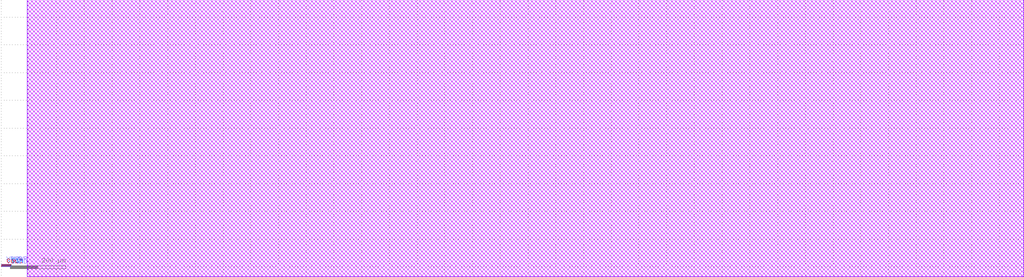
<source format=lef>
VERSION 5.7 ;
  NOWIREEXTENSIONATPIN ON ;
  DIVIDERCHAR "/" ;
  BUSBITCHARS "[]" ;
MACRO sky130_asc_pnp_05v5_W3p40L3p40_8
  CLASS CORE ;
  FOREIGN sky130_asc_pnp_05v5_W3p40L3p40_8 ;
  ORIGIN 0.000 0.000 ;
  SIZE 54.500 BY 9.400 ;
  SITE unitasc ;
  PIN Emitter
    DIRECTION INOUT ;
    ANTENNADIFFAREA 92.479996 ;
    PORT
      LAYER li1 ;
        RECT 2.065 2.965 5.535 6.435 ;
        RECT 8.765 2.965 12.235 6.435 ;
        RECT 15.465 2.965 18.935 6.435 ;
        RECT 22.165 2.965 25.635 6.435 ;
        RECT 28.865 2.965 32.335 6.435 ;
        RECT 35.565 2.965 39.035 6.435 ;
        RECT 42.265 2.965 45.735 6.435 ;
        RECT 48.965 2.965 52.435 6.435 ;
      LAYER mcon ;
        RECT 2.430 5.830 2.600 6.000 ;
        RECT 2.930 5.830 3.100 6.000 ;
        RECT 3.430 5.830 3.600 6.000 ;
        RECT 3.930 5.830 4.100 6.000 ;
        RECT 4.430 5.830 4.600 6.000 ;
        RECT 4.930 5.830 5.100 6.000 ;
        RECT 2.430 5.330 2.600 5.500 ;
        RECT 2.930 5.330 3.100 5.500 ;
        RECT 3.430 5.330 3.600 5.500 ;
        RECT 3.930 5.330 4.100 5.500 ;
        RECT 4.430 5.330 4.600 5.500 ;
        RECT 4.930 5.330 5.100 5.500 ;
        RECT 2.430 4.830 2.600 5.000 ;
        RECT 2.930 4.830 3.100 5.000 ;
        RECT 3.430 4.830 3.600 5.000 ;
        RECT 3.930 4.830 4.100 5.000 ;
        RECT 4.430 4.830 4.600 5.000 ;
        RECT 4.930 4.830 5.100 5.000 ;
        RECT 2.430 4.330 2.600 4.500 ;
        RECT 2.930 4.330 3.100 4.500 ;
        RECT 3.430 4.330 3.600 4.500 ;
        RECT 3.930 4.330 4.100 4.500 ;
        RECT 4.430 4.330 4.600 4.500 ;
        RECT 4.930 4.330 5.100 4.500 ;
        RECT 2.430 3.830 2.600 4.000 ;
        RECT 2.930 3.830 3.100 4.000 ;
        RECT 3.430 3.830 3.600 4.000 ;
        RECT 3.930 3.830 4.100 4.000 ;
        RECT 4.430 3.830 4.600 4.000 ;
        RECT 4.930 3.830 5.100 4.000 ;
        RECT 2.430 3.330 2.600 3.500 ;
        RECT 2.930 3.330 3.100 3.500 ;
        RECT 3.430 3.330 3.600 3.500 ;
        RECT 3.930 3.330 4.100 3.500 ;
        RECT 4.430 3.330 4.600 3.500 ;
        RECT 4.930 3.330 5.100 3.500 ;
        RECT 9.130 5.830 9.300 6.000 ;
        RECT 9.630 5.830 9.800 6.000 ;
        RECT 10.130 5.830 10.300 6.000 ;
        RECT 10.630 5.830 10.800 6.000 ;
        RECT 11.130 5.830 11.300 6.000 ;
        RECT 11.630 5.830 11.800 6.000 ;
        RECT 9.130 5.330 9.300 5.500 ;
        RECT 9.630 5.330 9.800 5.500 ;
        RECT 10.130 5.330 10.300 5.500 ;
        RECT 10.630 5.330 10.800 5.500 ;
        RECT 11.130 5.330 11.300 5.500 ;
        RECT 11.630 5.330 11.800 5.500 ;
        RECT 9.130 4.830 9.300 5.000 ;
        RECT 9.630 4.830 9.800 5.000 ;
        RECT 10.130 4.830 10.300 5.000 ;
        RECT 10.630 4.830 10.800 5.000 ;
        RECT 11.130 4.830 11.300 5.000 ;
        RECT 11.630 4.830 11.800 5.000 ;
        RECT 9.130 4.330 9.300 4.500 ;
        RECT 9.630 4.330 9.800 4.500 ;
        RECT 10.130 4.330 10.300 4.500 ;
        RECT 10.630 4.330 10.800 4.500 ;
        RECT 11.130 4.330 11.300 4.500 ;
        RECT 11.630 4.330 11.800 4.500 ;
        RECT 9.130 3.830 9.300 4.000 ;
        RECT 9.630 3.830 9.800 4.000 ;
        RECT 10.130 3.830 10.300 4.000 ;
        RECT 10.630 3.830 10.800 4.000 ;
        RECT 11.130 3.830 11.300 4.000 ;
        RECT 11.630 3.830 11.800 4.000 ;
        RECT 9.130 3.330 9.300 3.500 ;
        RECT 9.630 3.330 9.800 3.500 ;
        RECT 10.130 3.330 10.300 3.500 ;
        RECT 10.630 3.330 10.800 3.500 ;
        RECT 11.130 3.330 11.300 3.500 ;
        RECT 11.630 3.330 11.800 3.500 ;
        RECT 15.830 5.830 16.000 6.000 ;
        RECT 16.330 5.830 16.500 6.000 ;
        RECT 16.830 5.830 17.000 6.000 ;
        RECT 17.330 5.830 17.500 6.000 ;
        RECT 17.830 5.830 18.000 6.000 ;
        RECT 18.330 5.830 18.500 6.000 ;
        RECT 15.830 5.330 16.000 5.500 ;
        RECT 16.330 5.330 16.500 5.500 ;
        RECT 16.830 5.330 17.000 5.500 ;
        RECT 17.330 5.330 17.500 5.500 ;
        RECT 17.830 5.330 18.000 5.500 ;
        RECT 18.330 5.330 18.500 5.500 ;
        RECT 15.830 4.830 16.000 5.000 ;
        RECT 16.330 4.830 16.500 5.000 ;
        RECT 16.830 4.830 17.000 5.000 ;
        RECT 17.330 4.830 17.500 5.000 ;
        RECT 17.830 4.830 18.000 5.000 ;
        RECT 18.330 4.830 18.500 5.000 ;
        RECT 15.830 4.330 16.000 4.500 ;
        RECT 16.330 4.330 16.500 4.500 ;
        RECT 16.830 4.330 17.000 4.500 ;
        RECT 17.330 4.330 17.500 4.500 ;
        RECT 17.830 4.330 18.000 4.500 ;
        RECT 18.330 4.330 18.500 4.500 ;
        RECT 15.830 3.830 16.000 4.000 ;
        RECT 16.330 3.830 16.500 4.000 ;
        RECT 16.830 3.830 17.000 4.000 ;
        RECT 17.330 3.830 17.500 4.000 ;
        RECT 17.830 3.830 18.000 4.000 ;
        RECT 18.330 3.830 18.500 4.000 ;
        RECT 15.830 3.330 16.000 3.500 ;
        RECT 16.330 3.330 16.500 3.500 ;
        RECT 16.830 3.330 17.000 3.500 ;
        RECT 17.330 3.330 17.500 3.500 ;
        RECT 17.830 3.330 18.000 3.500 ;
        RECT 18.330 3.330 18.500 3.500 ;
        RECT 22.530 5.830 22.700 6.000 ;
        RECT 23.030 5.830 23.200 6.000 ;
        RECT 23.530 5.830 23.700 6.000 ;
        RECT 24.030 5.830 24.200 6.000 ;
        RECT 24.530 5.830 24.700 6.000 ;
        RECT 25.030 5.830 25.200 6.000 ;
        RECT 22.530 5.330 22.700 5.500 ;
        RECT 23.030 5.330 23.200 5.500 ;
        RECT 23.530 5.330 23.700 5.500 ;
        RECT 24.030 5.330 24.200 5.500 ;
        RECT 24.530 5.330 24.700 5.500 ;
        RECT 25.030 5.330 25.200 5.500 ;
        RECT 22.530 4.830 22.700 5.000 ;
        RECT 23.030 4.830 23.200 5.000 ;
        RECT 23.530 4.830 23.700 5.000 ;
        RECT 24.030 4.830 24.200 5.000 ;
        RECT 24.530 4.830 24.700 5.000 ;
        RECT 25.030 4.830 25.200 5.000 ;
        RECT 22.530 4.330 22.700 4.500 ;
        RECT 23.030 4.330 23.200 4.500 ;
        RECT 23.530 4.330 23.700 4.500 ;
        RECT 24.030 4.330 24.200 4.500 ;
        RECT 24.530 4.330 24.700 4.500 ;
        RECT 25.030 4.330 25.200 4.500 ;
        RECT 22.530 3.830 22.700 4.000 ;
        RECT 23.030 3.830 23.200 4.000 ;
        RECT 23.530 3.830 23.700 4.000 ;
        RECT 24.030 3.830 24.200 4.000 ;
        RECT 24.530 3.830 24.700 4.000 ;
        RECT 25.030 3.830 25.200 4.000 ;
        RECT 22.530 3.330 22.700 3.500 ;
        RECT 23.030 3.330 23.200 3.500 ;
        RECT 23.530 3.330 23.700 3.500 ;
        RECT 24.030 3.330 24.200 3.500 ;
        RECT 24.530 3.330 24.700 3.500 ;
        RECT 25.030 3.330 25.200 3.500 ;
        RECT 29.230 5.830 29.400 6.000 ;
        RECT 29.730 5.830 29.900 6.000 ;
        RECT 30.230 5.830 30.400 6.000 ;
        RECT 30.730 5.830 30.900 6.000 ;
        RECT 31.230 5.830 31.400 6.000 ;
        RECT 31.730 5.830 31.900 6.000 ;
        RECT 29.230 5.330 29.400 5.500 ;
        RECT 29.730 5.330 29.900 5.500 ;
        RECT 30.230 5.330 30.400 5.500 ;
        RECT 30.730 5.330 30.900 5.500 ;
        RECT 31.230 5.330 31.400 5.500 ;
        RECT 31.730 5.330 31.900 5.500 ;
        RECT 29.230 4.830 29.400 5.000 ;
        RECT 29.730 4.830 29.900 5.000 ;
        RECT 30.230 4.830 30.400 5.000 ;
        RECT 30.730 4.830 30.900 5.000 ;
        RECT 31.230 4.830 31.400 5.000 ;
        RECT 31.730 4.830 31.900 5.000 ;
        RECT 29.230 4.330 29.400 4.500 ;
        RECT 29.730 4.330 29.900 4.500 ;
        RECT 30.230 4.330 30.400 4.500 ;
        RECT 30.730 4.330 30.900 4.500 ;
        RECT 31.230 4.330 31.400 4.500 ;
        RECT 31.730 4.330 31.900 4.500 ;
        RECT 29.230 3.830 29.400 4.000 ;
        RECT 29.730 3.830 29.900 4.000 ;
        RECT 30.230 3.830 30.400 4.000 ;
        RECT 30.730 3.830 30.900 4.000 ;
        RECT 31.230 3.830 31.400 4.000 ;
        RECT 31.730 3.830 31.900 4.000 ;
        RECT 29.230 3.330 29.400 3.500 ;
        RECT 29.730 3.330 29.900 3.500 ;
        RECT 30.230 3.330 30.400 3.500 ;
        RECT 30.730 3.330 30.900 3.500 ;
        RECT 31.230 3.330 31.400 3.500 ;
        RECT 31.730 3.330 31.900 3.500 ;
        RECT 35.930 5.830 36.100 6.000 ;
        RECT 36.430 5.830 36.600 6.000 ;
        RECT 36.930 5.830 37.100 6.000 ;
        RECT 37.430 5.830 37.600 6.000 ;
        RECT 37.930 5.830 38.100 6.000 ;
        RECT 38.430 5.830 38.600 6.000 ;
        RECT 35.930 5.330 36.100 5.500 ;
        RECT 36.430 5.330 36.600 5.500 ;
        RECT 36.930 5.330 37.100 5.500 ;
        RECT 37.430 5.330 37.600 5.500 ;
        RECT 37.930 5.330 38.100 5.500 ;
        RECT 38.430 5.330 38.600 5.500 ;
        RECT 35.930 4.830 36.100 5.000 ;
        RECT 36.430 4.830 36.600 5.000 ;
        RECT 36.930 4.830 37.100 5.000 ;
        RECT 37.430 4.830 37.600 5.000 ;
        RECT 37.930 4.830 38.100 5.000 ;
        RECT 38.430 4.830 38.600 5.000 ;
        RECT 35.930 4.330 36.100 4.500 ;
        RECT 36.430 4.330 36.600 4.500 ;
        RECT 36.930 4.330 37.100 4.500 ;
        RECT 37.430 4.330 37.600 4.500 ;
        RECT 37.930 4.330 38.100 4.500 ;
        RECT 38.430 4.330 38.600 4.500 ;
        RECT 35.930 3.830 36.100 4.000 ;
        RECT 36.430 3.830 36.600 4.000 ;
        RECT 36.930 3.830 37.100 4.000 ;
        RECT 37.430 3.830 37.600 4.000 ;
        RECT 37.930 3.830 38.100 4.000 ;
        RECT 38.430 3.830 38.600 4.000 ;
        RECT 35.930 3.330 36.100 3.500 ;
        RECT 36.430 3.330 36.600 3.500 ;
        RECT 36.930 3.330 37.100 3.500 ;
        RECT 37.430 3.330 37.600 3.500 ;
        RECT 37.930 3.330 38.100 3.500 ;
        RECT 38.430 3.330 38.600 3.500 ;
        RECT 42.630 5.830 42.800 6.000 ;
        RECT 43.130 5.830 43.300 6.000 ;
        RECT 43.630 5.830 43.800 6.000 ;
        RECT 44.130 5.830 44.300 6.000 ;
        RECT 44.630 5.830 44.800 6.000 ;
        RECT 45.130 5.830 45.300 6.000 ;
        RECT 42.630 5.330 42.800 5.500 ;
        RECT 43.130 5.330 43.300 5.500 ;
        RECT 43.630 5.330 43.800 5.500 ;
        RECT 44.130 5.330 44.300 5.500 ;
        RECT 44.630 5.330 44.800 5.500 ;
        RECT 45.130 5.330 45.300 5.500 ;
        RECT 42.630 4.830 42.800 5.000 ;
        RECT 43.130 4.830 43.300 5.000 ;
        RECT 43.630 4.830 43.800 5.000 ;
        RECT 44.130 4.830 44.300 5.000 ;
        RECT 44.630 4.830 44.800 5.000 ;
        RECT 45.130 4.830 45.300 5.000 ;
        RECT 42.630 4.330 42.800 4.500 ;
        RECT 43.130 4.330 43.300 4.500 ;
        RECT 43.630 4.330 43.800 4.500 ;
        RECT 44.130 4.330 44.300 4.500 ;
        RECT 44.630 4.330 44.800 4.500 ;
        RECT 45.130 4.330 45.300 4.500 ;
        RECT 42.630 3.830 42.800 4.000 ;
        RECT 43.130 3.830 43.300 4.000 ;
        RECT 43.630 3.830 43.800 4.000 ;
        RECT 44.130 3.830 44.300 4.000 ;
        RECT 44.630 3.830 44.800 4.000 ;
        RECT 45.130 3.830 45.300 4.000 ;
        RECT 42.630 3.330 42.800 3.500 ;
        RECT 43.130 3.330 43.300 3.500 ;
        RECT 43.630 3.330 43.800 3.500 ;
        RECT 44.130 3.330 44.300 3.500 ;
        RECT 44.630 3.330 44.800 3.500 ;
        RECT 45.130 3.330 45.300 3.500 ;
        RECT 49.330 5.830 49.500 6.000 ;
        RECT 49.830 5.830 50.000 6.000 ;
        RECT 50.330 5.830 50.500 6.000 ;
        RECT 50.830 5.830 51.000 6.000 ;
        RECT 51.330 5.830 51.500 6.000 ;
        RECT 51.830 5.830 52.000 6.000 ;
        RECT 49.330 5.330 49.500 5.500 ;
        RECT 49.830 5.330 50.000 5.500 ;
        RECT 50.330 5.330 50.500 5.500 ;
        RECT 50.830 5.330 51.000 5.500 ;
        RECT 51.330 5.330 51.500 5.500 ;
        RECT 51.830 5.330 52.000 5.500 ;
        RECT 49.330 4.830 49.500 5.000 ;
        RECT 49.830 4.830 50.000 5.000 ;
        RECT 50.330 4.830 50.500 5.000 ;
        RECT 50.830 4.830 51.000 5.000 ;
        RECT 51.330 4.830 51.500 5.000 ;
        RECT 51.830 4.830 52.000 5.000 ;
        RECT 49.330 4.330 49.500 4.500 ;
        RECT 49.830 4.330 50.000 4.500 ;
        RECT 50.330 4.330 50.500 4.500 ;
        RECT 50.830 4.330 51.000 4.500 ;
        RECT 51.330 4.330 51.500 4.500 ;
        RECT 51.830 4.330 52.000 4.500 ;
        RECT 49.330 3.830 49.500 4.000 ;
        RECT 49.830 3.830 50.000 4.000 ;
        RECT 50.330 3.830 50.500 4.000 ;
        RECT 50.830 3.830 51.000 4.000 ;
        RECT 51.330 3.830 51.500 4.000 ;
        RECT 51.830 3.830 52.000 4.000 ;
        RECT 49.330 3.330 49.500 3.500 ;
        RECT 49.830 3.330 50.000 3.500 ;
        RECT 50.330 3.330 50.500 3.500 ;
        RECT 50.830 3.330 51.000 3.500 ;
        RECT 51.330 3.330 51.500 3.500 ;
        RECT 51.830 3.330 52.000 3.500 ;
      LAYER met1 ;
        RECT 2.270 3.170 52.230 6.230 ;
    END
  END Emitter
  PIN Base
    DIRECTION INOUT ;
    ANTENNAGATEAREA 213.831192 ;
    ANTENNADIFFAREA 51.264000 ;
    PORT
      LAYER li1 ;
        RECT 1.395 6.745 6.205 7.105 ;
        RECT 1.395 2.655 1.755 6.745 ;
        RECT 5.845 2.655 6.205 6.745 ;
        RECT 1.395 2.295 6.205 2.655 ;
        RECT 8.095 6.745 12.905 7.105 ;
        RECT 8.095 2.655 8.455 6.745 ;
        RECT 12.545 2.655 12.905 6.745 ;
        RECT 8.095 2.295 12.905 2.655 ;
        RECT 14.795 6.745 19.605 7.105 ;
        RECT 14.795 2.655 15.155 6.745 ;
        RECT 19.245 2.655 19.605 6.745 ;
        RECT 14.795 2.295 19.605 2.655 ;
        RECT 21.495 6.745 26.305 7.105 ;
        RECT 21.495 2.655 21.855 6.745 ;
        RECT 25.945 2.655 26.305 6.745 ;
        RECT 21.495 2.295 26.305 2.655 ;
        RECT 28.195 6.745 33.005 7.105 ;
        RECT 28.195 2.655 28.555 6.745 ;
        RECT 32.645 2.655 33.005 6.745 ;
        RECT 28.195 2.295 33.005 2.655 ;
        RECT 34.895 6.745 39.705 7.105 ;
        RECT 34.895 2.655 35.255 6.745 ;
        RECT 39.345 2.655 39.705 6.745 ;
        RECT 34.895 2.295 39.705 2.655 ;
        RECT 41.595 6.745 46.405 7.105 ;
        RECT 41.595 2.655 41.955 6.745 ;
        RECT 46.045 2.655 46.405 6.745 ;
        RECT 41.595 2.295 46.405 2.655 ;
        RECT 48.295 6.745 53.105 7.105 ;
        RECT 48.295 2.655 48.655 6.745 ;
        RECT 52.745 2.655 53.105 6.745 ;
        RECT 48.295 2.295 53.105 2.655 ;
      LAYER mcon ;
        RECT 1.500 6.850 1.670 7.020 ;
        RECT 1.950 6.850 2.120 7.020 ;
        RECT 2.400 6.850 2.570 7.020 ;
        RECT 2.850 6.850 3.020 7.020 ;
        RECT 3.300 6.850 3.470 7.020 ;
        RECT 3.750 6.850 3.920 7.020 ;
        RECT 4.200 6.850 4.370 7.020 ;
        RECT 4.650 6.850 4.820 7.020 ;
        RECT 5.100 6.850 5.270 7.020 ;
        RECT 5.550 6.850 5.720 7.020 ;
        RECT 6.000 6.850 6.170 7.020 ;
        RECT 8.200 6.850 8.370 7.020 ;
        RECT 8.650 6.850 8.820 7.020 ;
        RECT 9.100 6.850 9.270 7.020 ;
        RECT 9.550 6.850 9.720 7.020 ;
        RECT 10.000 6.850 10.170 7.020 ;
        RECT 10.450 6.850 10.620 7.020 ;
        RECT 10.900 6.850 11.070 7.020 ;
        RECT 11.350 6.850 11.520 7.020 ;
        RECT 11.800 6.850 11.970 7.020 ;
        RECT 12.250 6.850 12.420 7.020 ;
        RECT 12.700 6.850 12.870 7.020 ;
        RECT 14.900 6.850 15.070 7.020 ;
        RECT 15.350 6.850 15.520 7.020 ;
        RECT 15.800 6.850 15.970 7.020 ;
        RECT 16.250 6.850 16.420 7.020 ;
        RECT 16.700 6.850 16.870 7.020 ;
        RECT 17.150 6.850 17.320 7.020 ;
        RECT 17.600 6.850 17.770 7.020 ;
        RECT 18.050 6.850 18.220 7.020 ;
        RECT 18.500 6.850 18.670 7.020 ;
        RECT 18.950 6.850 19.120 7.020 ;
        RECT 19.400 6.850 19.570 7.020 ;
        RECT 21.600 6.850 21.770 7.020 ;
        RECT 22.050 6.850 22.220 7.020 ;
        RECT 22.500 6.850 22.670 7.020 ;
        RECT 22.950 6.850 23.120 7.020 ;
        RECT 23.400 6.850 23.570 7.020 ;
        RECT 23.850 6.850 24.020 7.020 ;
        RECT 24.300 6.850 24.470 7.020 ;
        RECT 24.750 6.850 24.920 7.020 ;
        RECT 25.200 6.850 25.370 7.020 ;
        RECT 25.650 6.850 25.820 7.020 ;
        RECT 26.100 6.850 26.270 7.020 ;
        RECT 28.300 6.850 28.470 7.020 ;
        RECT 28.750 6.850 28.920 7.020 ;
        RECT 29.200 6.850 29.370 7.020 ;
        RECT 29.650 6.850 29.820 7.020 ;
        RECT 30.100 6.850 30.270 7.020 ;
        RECT 30.550 6.850 30.720 7.020 ;
        RECT 31.000 6.850 31.170 7.020 ;
        RECT 31.450 6.850 31.620 7.020 ;
        RECT 31.900 6.850 32.070 7.020 ;
        RECT 32.350 6.850 32.520 7.020 ;
        RECT 32.800 6.850 32.970 7.020 ;
        RECT 35.000 6.850 35.170 7.020 ;
        RECT 35.450 6.850 35.620 7.020 ;
        RECT 35.900 6.850 36.070 7.020 ;
        RECT 36.350 6.850 36.520 7.020 ;
        RECT 36.800 6.850 36.970 7.020 ;
        RECT 37.250 6.850 37.420 7.020 ;
        RECT 37.700 6.850 37.870 7.020 ;
        RECT 38.150 6.850 38.320 7.020 ;
        RECT 38.600 6.850 38.770 7.020 ;
        RECT 39.050 6.850 39.220 7.020 ;
        RECT 39.500 6.850 39.670 7.020 ;
        RECT 41.700 6.850 41.870 7.020 ;
        RECT 42.150 6.850 42.320 7.020 ;
        RECT 42.600 6.850 42.770 7.020 ;
        RECT 43.050 6.850 43.220 7.020 ;
        RECT 43.500 6.850 43.670 7.020 ;
        RECT 43.950 6.850 44.120 7.020 ;
        RECT 44.400 6.850 44.570 7.020 ;
        RECT 44.850 6.850 45.020 7.020 ;
        RECT 45.300 6.850 45.470 7.020 ;
        RECT 45.750 6.850 45.920 7.020 ;
        RECT 46.200 6.850 46.370 7.020 ;
        RECT 48.400 6.850 48.570 7.020 ;
        RECT 48.850 6.850 49.020 7.020 ;
        RECT 49.300 6.850 49.470 7.020 ;
        RECT 49.750 6.850 49.920 7.020 ;
        RECT 50.200 6.850 50.370 7.020 ;
        RECT 50.650 6.850 50.820 7.020 ;
        RECT 51.100 6.850 51.270 7.020 ;
        RECT 51.550 6.850 51.720 7.020 ;
        RECT 52.000 6.850 52.170 7.020 ;
        RECT 52.450 6.850 52.620 7.020 ;
        RECT 52.900 6.850 53.070 7.020 ;
      LAYER met1 ;
        RECT 1.400 6.750 53.100 7.100 ;
    END
  END Base
  PIN Collector
    DIRECTION INOUT ;
    ANTENNADIFFAREA 107.630394 ;
    PORT
      LAYER pwell ;
        RECT 0.450 7.285 54.050 8.050 ;
        RECT 0.450 2.115 1.215 7.285 ;
        RECT 6.385 2.115 7.915 7.285 ;
        RECT 13.085 2.115 14.615 7.285 ;
        RECT 19.785 2.115 21.315 7.285 ;
        RECT 26.485 2.115 28.015 7.285 ;
        RECT 33.185 2.115 34.715 7.285 ;
        RECT 39.885 2.115 41.415 7.285 ;
        RECT 46.585 2.115 48.115 7.285 ;
        RECT 53.285 2.115 54.050 7.285 ;
        RECT 0.450 1.350 54.050 2.115 ;
      LAYER li1 ;
        RECT 0.580 7.425 53.920 7.920 ;
        RECT 0.580 1.975 1.075 7.425 ;
        RECT 6.525 1.975 7.775 7.425 ;
        RECT 13.225 1.975 14.475 7.425 ;
        RECT 19.925 1.975 21.175 7.425 ;
        RECT 26.625 1.975 27.875 7.425 ;
        RECT 33.325 1.975 34.575 7.425 ;
        RECT 40.025 1.975 41.275 7.425 ;
        RECT 46.725 1.975 47.975 7.425 ;
        RECT 53.425 1.975 53.920 7.425 ;
        RECT 0.580 1.480 53.920 1.975 ;
      LAYER mcon ;
        RECT 0.680 7.650 0.850 7.820 ;
        RECT 1.130 7.650 1.300 7.820 ;
        RECT 1.580 7.650 1.750 7.820 ;
        RECT 2.030 7.650 2.200 7.820 ;
        RECT 2.480 7.650 2.650 7.820 ;
        RECT 2.930 7.650 3.100 7.820 ;
        RECT 3.380 7.650 3.550 7.820 ;
        RECT 3.830 7.650 4.000 7.820 ;
        RECT 4.280 7.650 4.450 7.820 ;
        RECT 4.730 7.650 4.900 7.820 ;
        RECT 5.180 7.650 5.350 7.820 ;
        RECT 5.630 7.650 5.800 7.820 ;
        RECT 6.080 7.650 6.250 7.820 ;
        RECT 6.530 7.650 6.700 7.820 ;
        RECT 7.380 7.650 7.550 7.820 ;
        RECT 7.830 7.650 8.000 7.820 ;
        RECT 8.280 7.650 8.450 7.820 ;
        RECT 8.730 7.650 8.900 7.820 ;
        RECT 9.180 7.650 9.350 7.820 ;
        RECT 9.630 7.650 9.800 7.820 ;
        RECT 10.080 7.650 10.250 7.820 ;
        RECT 10.530 7.650 10.700 7.820 ;
        RECT 10.980 7.650 11.150 7.820 ;
        RECT 11.430 7.650 11.600 7.820 ;
        RECT 11.880 7.650 12.050 7.820 ;
        RECT 12.330 7.650 12.500 7.820 ;
        RECT 12.780 7.650 12.950 7.820 ;
        RECT 13.230 7.650 13.400 7.820 ;
        RECT 14.080 7.650 14.250 7.820 ;
        RECT 14.530 7.650 14.700 7.820 ;
        RECT 14.980 7.650 15.150 7.820 ;
        RECT 15.430 7.650 15.600 7.820 ;
        RECT 15.880 7.650 16.050 7.820 ;
        RECT 16.330 7.650 16.500 7.820 ;
        RECT 16.780 7.650 16.950 7.820 ;
        RECT 17.230 7.650 17.400 7.820 ;
        RECT 17.680 7.650 17.850 7.820 ;
        RECT 18.130 7.650 18.300 7.820 ;
        RECT 18.580 7.650 18.750 7.820 ;
        RECT 19.030 7.650 19.200 7.820 ;
        RECT 19.480 7.650 19.650 7.820 ;
        RECT 19.930 7.650 20.100 7.820 ;
        RECT 20.780 7.650 20.950 7.820 ;
        RECT 21.230 7.650 21.400 7.820 ;
        RECT 21.680 7.650 21.850 7.820 ;
        RECT 22.130 7.650 22.300 7.820 ;
        RECT 22.580 7.650 22.750 7.820 ;
        RECT 23.030 7.650 23.200 7.820 ;
        RECT 23.480 7.650 23.650 7.820 ;
        RECT 23.930 7.650 24.100 7.820 ;
        RECT 24.380 7.650 24.550 7.820 ;
        RECT 24.830 7.650 25.000 7.820 ;
        RECT 25.280 7.650 25.450 7.820 ;
        RECT 25.730 7.650 25.900 7.820 ;
        RECT 26.180 7.650 26.350 7.820 ;
        RECT 26.630 7.650 26.800 7.820 ;
        RECT 27.480 7.650 27.650 7.820 ;
        RECT 27.930 7.650 28.100 7.820 ;
        RECT 28.380 7.650 28.550 7.820 ;
        RECT 28.830 7.650 29.000 7.820 ;
        RECT 29.280 7.650 29.450 7.820 ;
        RECT 29.730 7.650 29.900 7.820 ;
        RECT 30.180 7.650 30.350 7.820 ;
        RECT 30.630 7.650 30.800 7.820 ;
        RECT 31.080 7.650 31.250 7.820 ;
        RECT 31.530 7.650 31.700 7.820 ;
        RECT 31.980 7.650 32.150 7.820 ;
        RECT 32.430 7.650 32.600 7.820 ;
        RECT 32.880 7.650 33.050 7.820 ;
        RECT 33.330 7.650 33.500 7.820 ;
        RECT 34.180 7.650 34.350 7.820 ;
        RECT 34.630 7.650 34.800 7.820 ;
        RECT 35.080 7.650 35.250 7.820 ;
        RECT 35.530 7.650 35.700 7.820 ;
        RECT 35.980 7.650 36.150 7.820 ;
        RECT 36.430 7.650 36.600 7.820 ;
        RECT 36.880 7.650 37.050 7.820 ;
        RECT 37.330 7.650 37.500 7.820 ;
        RECT 37.780 7.650 37.950 7.820 ;
        RECT 38.230 7.650 38.400 7.820 ;
        RECT 38.680 7.650 38.850 7.820 ;
        RECT 39.130 7.650 39.300 7.820 ;
        RECT 39.580 7.650 39.750 7.820 ;
        RECT 40.030 7.650 40.200 7.820 ;
        RECT 40.880 7.650 41.050 7.820 ;
        RECT 41.330 7.650 41.500 7.820 ;
        RECT 41.780 7.650 41.950 7.820 ;
        RECT 42.230 7.650 42.400 7.820 ;
        RECT 42.680 7.650 42.850 7.820 ;
        RECT 43.130 7.650 43.300 7.820 ;
        RECT 43.580 7.650 43.750 7.820 ;
        RECT 44.030 7.650 44.200 7.820 ;
        RECT 44.480 7.650 44.650 7.820 ;
        RECT 44.930 7.650 45.100 7.820 ;
        RECT 45.380 7.650 45.550 7.820 ;
        RECT 45.830 7.650 46.000 7.820 ;
        RECT 46.280 7.650 46.450 7.820 ;
        RECT 46.730 7.650 46.900 7.820 ;
        RECT 47.580 7.650 47.750 7.820 ;
        RECT 48.030 7.650 48.200 7.820 ;
        RECT 48.480 7.650 48.650 7.820 ;
        RECT 48.930 7.650 49.100 7.820 ;
        RECT 49.380 7.650 49.550 7.820 ;
        RECT 49.830 7.650 50.000 7.820 ;
        RECT 50.280 7.650 50.450 7.820 ;
        RECT 50.730 7.650 50.900 7.820 ;
        RECT 51.180 7.650 51.350 7.820 ;
        RECT 51.630 7.650 51.800 7.820 ;
        RECT 52.080 7.650 52.250 7.820 ;
        RECT 52.530 7.650 52.700 7.820 ;
        RECT 52.980 7.650 53.150 7.820 ;
        RECT 53.430 7.650 53.600 7.820 ;
      LAYER met1 ;
        RECT 0.580 7.500 53.920 7.850 ;
    END
  END Collector
  PIN VPWR
    DIRECTION INOUT ;
    USE POWER ;
    PORT
      LAYER li1 ;
        RECT 0.450 9.250 54.050 9.550 ;
      LAYER mcon ;
        RECT 1.300 9.250 1.600 9.550 ;
        RECT 2.300 9.250 2.600 9.550 ;
        RECT 3.300 9.250 3.600 9.550 ;
        RECT 4.300 9.250 4.600 9.550 ;
        RECT 5.300 9.250 5.600 9.550 ;
        RECT 6.300 9.250 6.600 9.550 ;
        RECT 7.300 9.250 7.600 9.550 ;
        RECT 8.300 9.250 8.600 9.550 ;
        RECT 9.300 9.250 9.600 9.550 ;
        RECT 10.300 9.250 10.600 9.550 ;
        RECT 11.300 9.250 11.600 9.550 ;
        RECT 12.300 9.250 12.600 9.550 ;
        RECT 13.300 9.250 13.600 9.550 ;
        RECT 14.300 9.250 14.600 9.550 ;
        RECT 15.300 9.250 15.600 9.550 ;
        RECT 16.300 9.250 16.600 9.550 ;
        RECT 17.300 9.250 17.600 9.550 ;
        RECT 18.300 9.250 18.600 9.550 ;
        RECT 19.300 9.250 19.600 9.550 ;
        RECT 20.300 9.250 20.600 9.550 ;
        RECT 21.300 9.250 21.600 9.550 ;
        RECT 22.300 9.250 22.600 9.550 ;
        RECT 23.300 9.250 23.600 9.550 ;
        RECT 24.300 9.250 24.600 9.550 ;
        RECT 25.300 9.250 25.600 9.550 ;
        RECT 26.300 9.250 26.600 9.550 ;
        RECT 27.300 9.250 27.600 9.550 ;
        RECT 28.300 9.250 28.600 9.550 ;
        RECT 29.300 9.250 29.600 9.550 ;
        RECT 30.300 9.250 30.600 9.550 ;
        RECT 31.300 9.250 31.600 9.550 ;
        RECT 32.300 9.250 32.600 9.550 ;
        RECT 33.300 9.250 33.600 9.550 ;
        RECT 34.300 9.250 34.600 9.550 ;
        RECT 35.300 9.250 35.600 9.550 ;
        RECT 36.300 9.250 36.600 9.550 ;
        RECT 37.300 9.250 37.600 9.550 ;
        RECT 38.300 9.250 38.600 9.550 ;
        RECT 39.300 9.250 39.600 9.550 ;
        RECT 40.300 9.250 40.600 9.550 ;
        RECT 41.300 9.250 41.600 9.550 ;
        RECT 42.300 9.250 42.600 9.550 ;
        RECT 43.300 9.250 43.600 9.550 ;
        RECT 44.300 9.250 44.600 9.550 ;
        RECT 45.300 9.250 45.600 9.550 ;
        RECT 46.300 9.250 46.600 9.550 ;
        RECT 47.300 9.250 47.600 9.550 ;
        RECT 48.300 9.250 48.600 9.550 ;
        RECT 49.300 9.250 49.600 9.550 ;
        RECT 50.300 9.250 50.600 9.550 ;
        RECT 51.300 9.250 51.600 9.550 ;
        RECT 52.300 9.250 52.600 9.550 ;
        RECT 53.300 9.250 53.600 9.550 ;
      LAYER met1 ;
        RECT 0.450 9.100 54.050 9.700 ;
    END
  END VPWR
  PIN VGND
    DIRECTION INOUT ;
    USE GROUND ;
    PORT
      LAYER li1 ;
        RECT 0.450 -0.150 54.050 0.150 ;
      LAYER mcon ;
        RECT 1.300 -0.150 1.600 0.150 ;
        RECT 2.300 -0.150 2.600 0.150 ;
        RECT 3.300 -0.150 3.600 0.150 ;
        RECT 4.300 -0.150 4.600 0.150 ;
        RECT 5.300 -0.150 5.600 0.150 ;
        RECT 6.300 -0.150 6.600 0.150 ;
        RECT 7.300 -0.150 7.600 0.150 ;
        RECT 8.300 -0.150 8.600 0.150 ;
        RECT 9.300 -0.150 9.600 0.150 ;
        RECT 10.300 -0.150 10.600 0.150 ;
        RECT 11.300 -0.150 11.600 0.150 ;
        RECT 12.300 -0.150 12.600 0.150 ;
        RECT 13.300 -0.150 13.600 0.150 ;
        RECT 14.300 -0.150 14.600 0.150 ;
        RECT 15.300 -0.150 15.600 0.150 ;
        RECT 16.300 -0.150 16.600 0.150 ;
        RECT 17.300 -0.150 17.600 0.150 ;
        RECT 18.300 -0.150 18.600 0.150 ;
        RECT 19.300 -0.150 19.600 0.150 ;
        RECT 20.300 -0.150 20.600 0.150 ;
        RECT 21.300 -0.150 21.600 0.150 ;
        RECT 22.300 -0.150 22.600 0.150 ;
        RECT 23.300 -0.150 23.600 0.150 ;
        RECT 24.300 -0.150 24.600 0.150 ;
        RECT 25.300 -0.150 25.600 0.150 ;
        RECT 26.300 -0.150 26.600 0.150 ;
        RECT 27.300 -0.150 27.600 0.150 ;
        RECT 28.300 -0.150 28.600 0.150 ;
        RECT 29.300 -0.150 29.600 0.150 ;
        RECT 30.300 -0.150 30.600 0.150 ;
        RECT 31.300 -0.150 31.600 0.150 ;
        RECT 32.300 -0.150 32.600 0.150 ;
        RECT 33.300 -0.150 33.600 0.150 ;
        RECT 34.300 -0.150 34.600 0.150 ;
        RECT 35.300 -0.150 35.600 0.150 ;
        RECT 36.300 -0.150 36.600 0.150 ;
        RECT 37.300 -0.150 37.600 0.150 ;
        RECT 38.300 -0.150 38.600 0.150 ;
        RECT 39.300 -0.150 39.600 0.150 ;
        RECT 40.300 -0.150 40.600 0.150 ;
        RECT 41.300 -0.150 41.600 0.150 ;
        RECT 42.300 -0.150 42.600 0.150 ;
        RECT 43.300 -0.150 43.600 0.150 ;
        RECT 44.300 -0.150 44.600 0.150 ;
        RECT 45.300 -0.150 45.600 0.150 ;
        RECT 46.300 -0.150 46.600 0.150 ;
        RECT 47.300 -0.150 47.600 0.150 ;
        RECT 48.300 -0.150 48.600 0.150 ;
        RECT 49.300 -0.150 49.600 0.150 ;
        RECT 50.300 -0.150 50.600 0.150 ;
        RECT 51.300 -0.150 51.600 0.150 ;
        RECT 52.300 -0.150 52.600 0.150 ;
        RECT 53.300 -0.150 53.600 0.150 ;
      LAYER met1 ;
        RECT 0.450 -0.300 54.050 0.300 ;
    END
  END VGND
END sky130_asc_pnp_05v5_W3p40L3p40_8

#--------EOF---------

MACRO sky130_asc_nfet_01v8_lvt_1
  CLASS CORE ;
  FOREIGN sky130_asc_nfet_01v8_lvt_1 ;
  ORIGIN 0.000 0.000 ;
  SIZE 3.970 BY 9.400 ;
  SITE unitasc ;
  PIN GATE
    DIRECTION INOUT ;
    ANTENNAGATEAREA 8.000000 ;
    PORT
      LAYER li1 ;
        RECT 1.340 0.720 3.520 1.020 ;
    END
  END GATE
  PIN SOURCE
    DIRECTION INOUT ;
    ANTENNADIFFAREA 1.160000 ;
    PORT
      LAYER li1 ;
        RECT 0.940 8.450 3.520 8.750 ;
        RECT 3.285 7.020 3.455 8.450 ;
        RECT 3.285 6.930 3.460 7.020 ;
        RECT 3.290 2.980 3.460 6.930 ;
      LAYER mcon ;
        RECT 3.290 3.060 3.460 6.940 ;
      LAYER met1 ;
        RECT 3.260 3.000 3.490 7.000 ;
    END
  END SOURCE
  PIN DRAIN
    DIRECTION INOUT ;
    ANTENNADIFFAREA 1.160000 ;
    PORT
      LAYER li1 ;
        RECT 1.000 3.270 1.170 7.020 ;
        RECT 0.995 2.980 1.170 3.270 ;
        RECT 0.995 2.150 1.165 2.980 ;
        RECT 0.940 1.850 3.520 2.150 ;
      LAYER mcon ;
        RECT 1.000 3.060 1.170 6.940 ;
      LAYER met1 ;
        RECT 0.970 3.000 1.200 7.000 ;
    END
  END DRAIN
  PIN VPWR
    DIRECTION INOUT ;
    USE POWER ;
    PORT
      LAYER li1 ;
        RECT 0.450 9.250 3.520 9.550 ;
      LAYER mcon ;
        RECT 1.790 9.250 2.090 9.550 ;
      LAYER met1 ;
        RECT 0.450 9.100 3.520 9.700 ;
    END
  END VPWR
  PIN VGND
    DIRECTION INOUT ;
    USE GROUND ;
    PORT
      LAYER pwell ;
        RECT 0.450 0.150 3.520 7.130 ;
      LAYER li1 ;
        RECT 0.590 0.150 0.890 1.200 ;
        RECT 0.450 -0.150 3.520 0.150 ;
      LAYER mcon ;
        RECT 1.790 -0.150 2.090 0.150 ;
      LAYER met1 ;
        RECT 0.450 -0.300 3.520 0.300 ;
    END
  END VGND
END sky130_asc_nfet_01v8_lvt_1

#--------EOF---------

MACRO sky130_asc_pfet_01v8_lvt_1
  CLASS CORE ;
  FOREIGN sky130_asc_pfet_01v8_lvt_1 ;
  ORIGIN 0.000 0.000 ;
  SIZE 4.330 BY 9.400 ;
  SITE unitasc ;
  PIN GATE
    DIRECTION INOUT ;
    USE SIGNAL ;
    ANTENNAGATEAREA 12.900000 ;
    PORT
      LAYER li1 ;
        RECT 0.940 0.520 3.880 0.820 ;
    END
  END GATE
  PIN SOURCE
    DIRECTION INOUT ;
    USE SIGNAL ;
    ANTENNADIFFAREA 1.870500 ;
    PORT
      LAYER li1 ;
        RECT 1.240 8.650 3.880 8.950 ;
        RECT 3.465 8.245 3.635 8.650 ;
        RECT 3.465 8.130 3.640 8.245 ;
        RECT 3.470 1.755 3.640 8.130 ;
      LAYER mcon ;
        RECT 3.470 1.835 3.640 8.165 ;
      LAYER met1 ;
        RECT 3.440 1.775 3.670 8.225 ;
    END
  END SOURCE
  PIN DRAIN
    DIRECTION INOUT ;
    USE SIGNAL ;
    ANTENNADIFFAREA 1.870500 ;
    PORT
      LAYER li1 ;
        RECT 1.180 1.870 1.350 8.245 ;
        RECT 1.175 1.755 1.350 1.870 ;
        RECT 1.175 1.350 1.345 1.755 ;
        RECT 0.940 1.050 3.880 1.350 ;
      LAYER mcon ;
        RECT 1.180 1.835 1.350 8.165 ;
      LAYER met1 ;
        RECT 1.150 1.775 1.380 8.225 ;
    END
  END DRAIN
  PIN VPWR
    DIRECTION INOUT ;
    USE POWER ;
    PORT
      LAYER nwell ;
        RECT 0.450 1.470 3.880 9.700 ;
        RECT 0.940 1.465 3.880 1.470 ;
      LAYER li1 ;
        RECT 0.450 9.250 3.880 9.550 ;
        RECT 0.590 8.200 0.890 9.250 ;
      LAYER mcon ;
        RECT 1.790 9.250 2.090 9.550 ;
      LAYER met1 ;
        RECT 0.450 9.100 3.880 9.700 ;
    END
  END VPWR
  PIN VGND
    DIRECTION INOUT ;
    USE GROUND ;
    PORT
      LAYER li1 ;
        RECT 0.450 -0.150 3.880 0.150 ;
      LAYER mcon ;
        RECT 1.790 -0.150 2.090 0.150 ;
      LAYER met1 ;
        RECT 0.450 -0.300 3.880 0.300 ;
    END
  END VGND
END sky130_asc_pfet_01v8_lvt_1

#--------EOF---------

MACRO sky130_asc_res_xhigh_po_2p85_1
  CLASS CORE ;
  FOREIGN sky130_asc_res_xhigh_po_2p85_1 ;
  ORIGIN 0.000 0.000 ;
  SIZE 13.600 BY 9.400 ;
  SITE unitasc ;
  PIN Rin
    DIRECTION INOUT ;
    PORT
      LAYER li1 ;
        RECT 0.700 5.375 2.860 8.225 ;
      LAYER mcon ;
        RECT 0.790 5.455 2.775 8.145 ;
      LAYER met1 ;
        RECT 0.755 5.395 2.805 8.205 ;
    END
  END Rin
  PIN Rout
    DIRECTION INOUT ;
    PORT
      LAYER li1 ;
        RECT 0.700 0.575 2.860 3.425 ;
      LAYER mcon ;
        RECT 0.790 0.655 2.775 3.345 ;
      LAYER met1 ;
        RECT 0.755 0.595 2.805 3.405 ;
    END
  END Rout
  PIN VPWR
    DIRECTION INOUT ;
    USE POWER ;
    PORT
      LAYER li1 ;
        RECT 0.700 9.250 12.900 9.550 ;
      LAYER mcon ;
        RECT 1.550 9.250 1.850 9.550 ;
        RECT 2.550 9.250 2.850 9.550 ;
        RECT 3.550 9.250 3.850 9.550 ;
        RECT 4.550 9.250 4.850 9.550 ;
        RECT 5.550 9.250 5.850 9.550 ;
        RECT 6.550 9.250 6.850 9.550 ;
        RECT 7.550 9.250 7.850 9.550 ;
        RECT 8.550 9.250 8.850 9.550 ;
        RECT 9.550 9.250 9.850 9.550 ;
        RECT 10.550 9.250 10.850 9.550 ;
        RECT 11.550 9.250 11.850 9.550 ;
      LAYER met1 ;
        RECT 0.700 9.100 12.900 9.700 ;
    END
  END VPWR
  PIN VGND
    DIRECTION INOUT ;
    USE GROUND ;
    PORT
      LAYER pwell ;
        RECT 0.700 -0.300 12.900 8.250 ;
      LAYER li1 ;
        RECT 5.260 0.150 8.340 4.850 ;
        RECT 0.700 -0.150 12.900 0.150 ;
      LAYER mcon ;
        RECT 1.550 -0.150 1.850 0.150 ;
        RECT 2.550 -0.150 2.850 0.150 ;
        RECT 3.550 -0.150 3.850 0.150 ;
        RECT 4.550 -0.150 4.850 0.150 ;
        RECT 5.550 -0.150 5.850 0.150 ;
        RECT 6.550 -0.150 6.850 0.150 ;
        RECT 7.550 -0.150 7.850 0.150 ;
        RECT 8.550 -0.150 8.850 0.150 ;
        RECT 9.550 -0.150 9.850 0.150 ;
        RECT 10.550 -0.150 10.850 0.150 ;
        RECT 11.550 -0.150 11.850 0.150 ;
      LAYER met1 ;
        RECT 0.700 -0.300 12.900 0.300 ;
    END
  END VGND
  OBS
      LAYER li1 ;
        RECT 10.740 0.575 12.900 8.225 ;
      LAYER mcon ;
        RECT 10.825 5.455 12.810 8.145 ;
        RECT 10.825 0.655 12.810 3.345 ;
      LAYER met1 ;
        RECT 10.795 5.395 12.845 8.205 ;
        RECT 10.740 0.575 12.900 5.395 ;
  END
END sky130_asc_res_xhigh_po_2p85_1

#--------EOF---------

MACRO sky130_asc_pfet_01v8_lvt_60
  CLASS CORE ;
  FOREIGN sky130_asc_pfet_01v8_lvt_60 ;
  ORIGIN 0.000 0.000 ;
  SIZE 139.435 BY 9.400 ;
  SITE unitasc ;
  PIN GATE
    DIRECTION INOUT ;
    USE SIGNAL ;
    ANTENNAGATEAREA 774.000000 ;
    PORT
      LAYER li1 ;
        RECT 0.940 0.520 138.980 0.820 ;
    END
  END GATE
  PIN SOURCE
    DIRECTION INOUT ;
    USE SIGNAL ;
    ANTENNADIFFAREA 56.114998 ;
    PORT
      LAYER li1 ;
        RECT 1.240 8.650 138.980 8.950 ;
        RECT 3.465 1.755 3.635 8.650 ;
        RECT 8.045 1.755 8.215 8.650 ;
        RECT 12.625 1.755 12.795 8.650 ;
        RECT 17.205 1.755 17.375 8.650 ;
        RECT 21.785 1.755 21.955 8.650 ;
        RECT 26.365 1.755 26.535 8.650 ;
        RECT 30.945 1.755 31.115 8.650 ;
        RECT 35.525 1.755 35.695 8.650 ;
        RECT 40.105 1.755 40.275 8.650 ;
        RECT 44.685 1.755 44.855 8.650 ;
        RECT 49.265 1.755 49.435 8.650 ;
        RECT 53.845 1.755 54.015 8.650 ;
        RECT 58.425 1.755 58.595 8.650 ;
        RECT 63.005 1.755 63.175 8.650 ;
        RECT 67.585 1.755 67.755 8.650 ;
        RECT 72.165 1.755 72.335 8.650 ;
        RECT 76.745 1.755 76.915 8.650 ;
        RECT 81.325 1.755 81.495 8.650 ;
        RECT 85.905 1.755 86.075 8.650 ;
        RECT 90.485 1.755 90.655 8.650 ;
        RECT 95.065 1.755 95.235 8.650 ;
        RECT 99.645 1.755 99.815 8.650 ;
        RECT 104.225 1.755 104.395 8.650 ;
        RECT 108.805 1.755 108.975 8.650 ;
        RECT 113.385 1.755 113.555 8.650 ;
        RECT 117.965 1.755 118.135 8.650 ;
        RECT 122.545 1.755 122.715 8.650 ;
        RECT 127.125 1.755 127.295 8.650 ;
        RECT 131.705 1.755 131.875 8.650 ;
        RECT 136.285 1.755 136.455 8.650 ;
      LAYER mcon ;
        RECT 3.465 1.835 3.635 8.165 ;
        RECT 8.045 1.835 8.215 8.165 ;
        RECT 12.625 1.835 12.795 8.165 ;
        RECT 17.205 1.835 17.375 8.165 ;
        RECT 21.785 1.835 21.955 8.165 ;
        RECT 26.365 1.835 26.535 8.165 ;
        RECT 30.945 1.835 31.115 8.165 ;
        RECT 35.525 1.835 35.695 8.165 ;
        RECT 40.105 1.835 40.275 8.165 ;
        RECT 44.685 1.835 44.855 8.165 ;
        RECT 49.265 1.835 49.435 8.165 ;
        RECT 53.845 1.835 54.015 8.165 ;
        RECT 58.425 1.835 58.595 8.165 ;
        RECT 63.005 1.835 63.175 8.165 ;
        RECT 67.585 1.835 67.755 8.165 ;
        RECT 72.165 1.835 72.335 8.165 ;
        RECT 76.745 1.835 76.915 8.165 ;
        RECT 81.325 1.835 81.495 8.165 ;
        RECT 85.905 1.835 86.075 8.165 ;
        RECT 90.485 1.835 90.655 8.165 ;
        RECT 95.065 1.835 95.235 8.165 ;
        RECT 99.645 1.835 99.815 8.165 ;
        RECT 104.225 1.835 104.395 8.165 ;
        RECT 108.805 1.835 108.975 8.165 ;
        RECT 113.385 1.835 113.555 8.165 ;
        RECT 117.965 1.835 118.135 8.165 ;
        RECT 122.545 1.835 122.715 8.165 ;
        RECT 127.125 1.835 127.295 8.165 ;
        RECT 131.705 1.835 131.875 8.165 ;
        RECT 136.285 1.835 136.455 8.165 ;
      LAYER met1 ;
        RECT 3.435 1.775 3.665 8.225 ;
        RECT 8.015 1.775 8.245 8.225 ;
        RECT 12.595 1.775 12.825 8.225 ;
        RECT 17.175 1.775 17.405 8.225 ;
        RECT 21.755 1.775 21.985 8.225 ;
        RECT 26.335 1.775 26.565 8.225 ;
        RECT 30.915 1.775 31.145 8.225 ;
        RECT 35.495 1.775 35.725 8.225 ;
        RECT 40.075 1.775 40.305 8.225 ;
        RECT 44.655 1.775 44.885 8.225 ;
        RECT 49.235 1.775 49.465 8.225 ;
        RECT 53.815 1.775 54.045 8.225 ;
        RECT 58.395 1.775 58.625 8.225 ;
        RECT 62.975 1.775 63.205 8.225 ;
        RECT 67.555 1.775 67.785 8.225 ;
        RECT 72.135 1.775 72.365 8.225 ;
        RECT 76.715 1.775 76.945 8.225 ;
        RECT 81.295 1.775 81.525 8.225 ;
        RECT 85.875 1.775 86.105 8.225 ;
        RECT 90.455 1.775 90.685 8.225 ;
        RECT 95.035 1.775 95.265 8.225 ;
        RECT 99.615 1.775 99.845 8.225 ;
        RECT 104.195 1.775 104.425 8.225 ;
        RECT 108.775 1.775 109.005 8.225 ;
        RECT 113.355 1.775 113.585 8.225 ;
        RECT 117.935 1.775 118.165 8.225 ;
        RECT 122.515 1.775 122.745 8.225 ;
        RECT 127.095 1.775 127.325 8.225 ;
        RECT 131.675 1.775 131.905 8.225 ;
        RECT 136.255 1.775 136.485 8.225 ;
    END
  END SOURCE
  PIN DRAIN
    DIRECTION INOUT ;
    USE SIGNAL ;
    ANTENNADIFFAREA 57.985500 ;
    PORT
      LAYER li1 ;
        RECT 1.175 1.350 1.345 8.245 ;
        RECT 5.755 1.350 5.925 8.245 ;
        RECT 10.335 1.350 10.505 8.245 ;
        RECT 14.915 1.350 15.085 8.245 ;
        RECT 19.495 1.350 19.665 8.245 ;
        RECT 24.075 1.350 24.245 8.245 ;
        RECT 28.655 1.350 28.825 8.245 ;
        RECT 33.235 1.350 33.405 8.245 ;
        RECT 37.815 1.350 37.985 8.245 ;
        RECT 42.395 1.350 42.565 8.245 ;
        RECT 46.975 1.350 47.145 8.245 ;
        RECT 51.555 1.350 51.725 8.245 ;
        RECT 56.135 1.350 56.305 8.245 ;
        RECT 60.715 1.350 60.885 8.245 ;
        RECT 65.295 1.350 65.465 8.245 ;
        RECT 69.875 1.350 70.045 8.245 ;
        RECT 74.455 1.350 74.625 8.245 ;
        RECT 79.035 1.350 79.205 8.245 ;
        RECT 83.615 1.350 83.785 8.245 ;
        RECT 88.195 1.350 88.365 8.245 ;
        RECT 92.775 1.350 92.945 8.245 ;
        RECT 97.355 1.350 97.525 8.245 ;
        RECT 101.935 1.350 102.105 8.245 ;
        RECT 106.515 1.350 106.685 8.245 ;
        RECT 111.095 1.350 111.265 8.245 ;
        RECT 115.675 1.350 115.845 8.245 ;
        RECT 120.255 1.350 120.425 8.245 ;
        RECT 124.835 1.350 125.005 8.245 ;
        RECT 129.415 1.350 129.585 8.245 ;
        RECT 133.995 1.350 134.165 8.245 ;
        RECT 138.575 1.350 138.745 8.245 ;
        RECT 0.940 1.050 138.980 1.350 ;
      LAYER mcon ;
        RECT 1.175 1.835 1.345 8.165 ;
        RECT 5.755 1.835 5.925 8.165 ;
        RECT 10.335 1.835 10.505 8.165 ;
        RECT 14.915 1.835 15.085 8.165 ;
        RECT 19.495 1.835 19.665 8.165 ;
        RECT 24.075 1.835 24.245 8.165 ;
        RECT 28.655 1.835 28.825 8.165 ;
        RECT 33.235 1.835 33.405 8.165 ;
        RECT 37.815 1.835 37.985 8.165 ;
        RECT 42.395 1.835 42.565 8.165 ;
        RECT 46.975 1.835 47.145 8.165 ;
        RECT 51.555 1.835 51.725 8.165 ;
        RECT 56.135 1.835 56.305 8.165 ;
        RECT 60.715 1.835 60.885 8.165 ;
        RECT 65.295 1.835 65.465 8.165 ;
        RECT 69.875 1.835 70.045 8.165 ;
        RECT 74.455 1.835 74.625 8.165 ;
        RECT 79.035 1.835 79.205 8.165 ;
        RECT 83.615 1.835 83.785 8.165 ;
        RECT 88.195 1.835 88.365 8.165 ;
        RECT 92.775 1.835 92.945 8.165 ;
        RECT 97.355 1.835 97.525 8.165 ;
        RECT 101.935 1.835 102.105 8.165 ;
        RECT 106.515 1.835 106.685 8.165 ;
        RECT 111.095 1.835 111.265 8.165 ;
        RECT 115.675 1.835 115.845 8.165 ;
        RECT 120.255 1.835 120.425 8.165 ;
        RECT 124.835 1.835 125.005 8.165 ;
        RECT 129.415 1.835 129.585 8.165 ;
        RECT 133.995 1.835 134.165 8.165 ;
        RECT 138.575 1.835 138.745 8.165 ;
      LAYER met1 ;
        RECT 1.145 1.775 1.375 8.225 ;
        RECT 5.725 1.775 5.955 8.225 ;
        RECT 10.305 1.775 10.535 8.225 ;
        RECT 14.885 1.775 15.115 8.225 ;
        RECT 19.465 1.775 19.695 8.225 ;
        RECT 24.045 1.775 24.275 8.225 ;
        RECT 28.625 1.775 28.855 8.225 ;
        RECT 33.205 1.775 33.435 8.225 ;
        RECT 37.785 1.775 38.015 8.225 ;
        RECT 42.365 1.775 42.595 8.225 ;
        RECT 46.945 1.775 47.175 8.225 ;
        RECT 51.525 1.775 51.755 8.225 ;
        RECT 56.105 1.775 56.335 8.225 ;
        RECT 60.685 1.775 60.915 8.225 ;
        RECT 65.265 1.775 65.495 8.225 ;
        RECT 69.845 1.775 70.075 8.225 ;
        RECT 74.425 1.775 74.655 8.225 ;
        RECT 79.005 1.775 79.235 8.225 ;
        RECT 83.585 1.775 83.815 8.225 ;
        RECT 88.165 1.775 88.395 8.225 ;
        RECT 92.745 1.775 92.975 8.225 ;
        RECT 97.325 1.775 97.555 8.225 ;
        RECT 101.905 1.775 102.135 8.225 ;
        RECT 106.485 1.775 106.715 8.225 ;
        RECT 111.065 1.775 111.295 8.225 ;
        RECT 115.645 1.775 115.875 8.225 ;
        RECT 120.225 1.775 120.455 8.225 ;
        RECT 124.805 1.775 125.035 8.225 ;
        RECT 129.385 1.775 129.615 8.225 ;
        RECT 133.965 1.775 134.195 8.225 ;
        RECT 138.545 1.775 138.775 8.225 ;
    END
  END DRAIN
  PIN VPWR
    DIRECTION INOUT ;
    USE POWER ;
    PORT
      LAYER nwell ;
        RECT 0.450 8.535 138.980 9.700 ;
        RECT 0.450 1.470 138.985 8.535 ;
        RECT 0.935 1.465 138.985 1.470 ;
      LAYER li1 ;
        RECT 0.450 9.250 138.980 9.550 ;
        RECT 0.590 8.200 0.890 9.250 ;
      LAYER mcon ;
        RECT 1.790 9.250 2.090 9.550 ;
        RECT 3.790 9.250 4.090 9.550 ;
        RECT 5.790 9.250 6.090 9.550 ;
        RECT 7.790 9.250 8.090 9.550 ;
        RECT 9.790 9.250 10.090 9.550 ;
        RECT 11.790 9.250 12.090 9.550 ;
        RECT 13.790 9.250 14.090 9.550 ;
        RECT 15.790 9.250 16.090 9.550 ;
        RECT 17.790 9.250 18.090 9.550 ;
        RECT 19.790 9.250 20.090 9.550 ;
        RECT 21.790 9.250 22.090 9.550 ;
        RECT 23.790 9.250 24.090 9.550 ;
        RECT 25.790 9.250 26.090 9.550 ;
        RECT 27.790 9.250 28.090 9.550 ;
        RECT 29.790 9.250 30.090 9.550 ;
        RECT 31.790 9.250 32.090 9.550 ;
        RECT 33.790 9.250 34.090 9.550 ;
        RECT 35.790 9.250 36.090 9.550 ;
        RECT 37.790 9.250 38.090 9.550 ;
        RECT 39.790 9.250 40.090 9.550 ;
        RECT 41.790 9.250 42.090 9.550 ;
        RECT 43.790 9.250 44.090 9.550 ;
        RECT 45.790 9.250 46.090 9.550 ;
        RECT 47.790 9.250 48.090 9.550 ;
        RECT 49.790 9.250 50.090 9.550 ;
        RECT 51.790 9.250 52.090 9.550 ;
        RECT 53.790 9.250 54.090 9.550 ;
        RECT 55.790 9.250 56.090 9.550 ;
        RECT 57.790 9.250 58.090 9.550 ;
        RECT 59.790 9.250 60.090 9.550 ;
        RECT 61.790 9.250 62.090 9.550 ;
        RECT 63.790 9.250 64.090 9.550 ;
        RECT 65.790 9.250 66.090 9.550 ;
        RECT 67.790 9.250 68.090 9.550 ;
        RECT 69.790 9.250 70.090 9.550 ;
        RECT 71.790 9.250 72.090 9.550 ;
        RECT 73.790 9.250 74.090 9.550 ;
        RECT 75.790 9.250 76.090 9.550 ;
        RECT 77.790 9.250 78.090 9.550 ;
        RECT 79.790 9.250 80.090 9.550 ;
        RECT 81.790 9.250 82.090 9.550 ;
        RECT 83.790 9.250 84.090 9.550 ;
        RECT 85.790 9.250 86.090 9.550 ;
        RECT 87.790 9.250 88.090 9.550 ;
        RECT 89.790 9.250 90.090 9.550 ;
        RECT 91.790 9.250 92.090 9.550 ;
        RECT 93.790 9.250 94.090 9.550 ;
        RECT 95.790 9.250 96.090 9.550 ;
        RECT 97.790 9.250 98.090 9.550 ;
        RECT 99.790 9.250 100.090 9.550 ;
        RECT 101.790 9.250 102.090 9.550 ;
        RECT 103.790 9.250 104.090 9.550 ;
        RECT 105.790 9.250 106.090 9.550 ;
        RECT 107.790 9.250 108.090 9.550 ;
        RECT 109.790 9.250 110.090 9.550 ;
        RECT 111.790 9.250 112.090 9.550 ;
        RECT 113.790 9.250 114.090 9.550 ;
        RECT 115.790 9.250 116.090 9.550 ;
        RECT 117.790 9.250 118.090 9.550 ;
        RECT 119.790 9.250 120.090 9.550 ;
        RECT 121.790 9.250 122.090 9.550 ;
        RECT 123.790 9.250 124.090 9.550 ;
        RECT 125.790 9.250 126.090 9.550 ;
        RECT 127.790 9.250 128.090 9.550 ;
        RECT 129.790 9.250 130.090 9.550 ;
        RECT 131.790 9.250 132.090 9.550 ;
        RECT 133.790 9.250 134.090 9.550 ;
        RECT 135.790 9.250 136.090 9.550 ;
        RECT 137.790 9.250 138.090 9.550 ;
      LAYER met1 ;
        RECT 0.450 9.100 138.980 9.700 ;
    END
  END VPWR
  PIN VGND
    DIRECTION INOUT ;
    USE GROUND ;
    PORT
      LAYER li1 ;
        RECT 0.450 -0.150 138.980 0.150 ;
      LAYER mcon ;
        RECT 1.790 -0.150 2.090 0.150 ;
        RECT 3.790 -0.150 4.090 0.150 ;
        RECT 5.790 -0.150 6.090 0.150 ;
        RECT 7.790 -0.150 8.090 0.150 ;
        RECT 9.790 -0.150 10.090 0.150 ;
        RECT 11.790 -0.150 12.090 0.150 ;
        RECT 13.790 -0.150 14.090 0.150 ;
        RECT 15.790 -0.150 16.090 0.150 ;
        RECT 17.790 -0.150 18.090 0.150 ;
        RECT 19.790 -0.150 20.090 0.150 ;
        RECT 21.790 -0.150 22.090 0.150 ;
        RECT 23.790 -0.150 24.090 0.150 ;
        RECT 25.790 -0.150 26.090 0.150 ;
        RECT 27.790 -0.150 28.090 0.150 ;
        RECT 29.790 -0.150 30.090 0.150 ;
        RECT 31.790 -0.150 32.090 0.150 ;
        RECT 33.790 -0.150 34.090 0.150 ;
        RECT 35.790 -0.150 36.090 0.150 ;
        RECT 37.790 -0.150 38.090 0.150 ;
        RECT 39.790 -0.150 40.090 0.150 ;
        RECT 41.790 -0.150 42.090 0.150 ;
        RECT 43.790 -0.150 44.090 0.150 ;
        RECT 45.790 -0.150 46.090 0.150 ;
        RECT 47.790 -0.150 48.090 0.150 ;
        RECT 49.790 -0.150 50.090 0.150 ;
        RECT 51.790 -0.150 52.090 0.150 ;
        RECT 53.790 -0.150 54.090 0.150 ;
        RECT 55.790 -0.150 56.090 0.150 ;
        RECT 57.790 -0.150 58.090 0.150 ;
        RECT 59.790 -0.150 60.090 0.150 ;
        RECT 61.790 -0.150 62.090 0.150 ;
        RECT 63.790 -0.150 64.090 0.150 ;
        RECT 65.790 -0.150 66.090 0.150 ;
        RECT 67.790 -0.150 68.090 0.150 ;
        RECT 69.790 -0.150 70.090 0.150 ;
        RECT 71.790 -0.150 72.090 0.150 ;
        RECT 73.790 -0.150 74.090 0.150 ;
        RECT 75.790 -0.150 76.090 0.150 ;
        RECT 77.790 -0.150 78.090 0.150 ;
        RECT 79.790 -0.150 80.090 0.150 ;
        RECT 81.790 -0.150 82.090 0.150 ;
        RECT 83.790 -0.150 84.090 0.150 ;
        RECT 85.790 -0.150 86.090 0.150 ;
        RECT 87.790 -0.150 88.090 0.150 ;
        RECT 89.790 -0.150 90.090 0.150 ;
        RECT 91.790 -0.150 92.090 0.150 ;
        RECT 93.790 -0.150 94.090 0.150 ;
        RECT 95.790 -0.150 96.090 0.150 ;
        RECT 97.790 -0.150 98.090 0.150 ;
        RECT 99.790 -0.150 100.090 0.150 ;
        RECT 101.790 -0.150 102.090 0.150 ;
        RECT 103.790 -0.150 104.090 0.150 ;
        RECT 105.790 -0.150 106.090 0.150 ;
        RECT 107.790 -0.150 108.090 0.150 ;
        RECT 109.790 -0.150 110.090 0.150 ;
        RECT 111.790 -0.150 112.090 0.150 ;
        RECT 113.790 -0.150 114.090 0.150 ;
        RECT 115.790 -0.150 116.090 0.150 ;
        RECT 117.790 -0.150 118.090 0.150 ;
        RECT 119.790 -0.150 120.090 0.150 ;
        RECT 121.790 -0.150 122.090 0.150 ;
        RECT 123.790 -0.150 124.090 0.150 ;
        RECT 125.790 -0.150 126.090 0.150 ;
        RECT 127.790 -0.150 128.090 0.150 ;
        RECT 129.790 -0.150 130.090 0.150 ;
        RECT 131.790 -0.150 132.090 0.150 ;
        RECT 133.790 -0.150 134.090 0.150 ;
        RECT 135.790 -0.150 136.090 0.150 ;
        RECT 137.790 -0.150 138.090 0.150 ;
      LAYER met1 ;
        RECT 0.450 -0.300 138.980 0.300 ;
    END
  END VGND
END sky130_asc_pfet_01v8_lvt_60

#--------EOF---------

MACRO sky130_asc_res_xhigh_po_2p85_2
  CLASS CORE ;
  FOREIGN sky130_asc_res_xhigh_po_2p85_2 ;
  ORIGIN 0.000 0.000 ;
  SIZE 16.470 BY 9.400 ;
  SITE unitasc ;
  PIN Rin
    DIRECTION INOUT ;
    PORT
      LAYER li1 ;
        RECT 0.705 5.375 2.865 8.225 ;
      LAYER mcon ;
        RECT 0.795 5.455 2.780 8.145 ;
      LAYER met1 ;
        RECT 0.760 5.395 2.810 8.205 ;
    END
  END Rin
  PIN Rout
    DIRECTION INOUT ;
    PORT
      LAYER li1 ;
        RECT 0.705 0.575 2.865 3.425 ;
      LAYER mcon ;
        RECT 0.795 0.655 2.780 3.345 ;
      LAYER met1 ;
        RECT 0.760 0.595 2.810 3.405 ;
    END
  END Rout
  PIN VPWR
    DIRECTION INOUT ;
    USE POWER ;
    PORT
      LAYER li1 ;
        RECT 0.710 9.250 15.770 9.550 ;
      LAYER mcon ;
        RECT 1.560 9.250 1.860 9.550 ;
        RECT 2.560 9.250 2.860 9.550 ;
        RECT 3.560 9.250 3.860 9.550 ;
        RECT 4.560 9.250 4.860 9.550 ;
        RECT 5.560 9.250 5.860 9.550 ;
        RECT 6.560 9.250 6.860 9.550 ;
        RECT 7.560 9.250 7.860 9.550 ;
        RECT 8.560 9.250 8.860 9.550 ;
        RECT 9.560 9.250 9.860 9.550 ;
        RECT 10.560 9.250 10.860 9.550 ;
        RECT 11.560 9.250 11.860 9.550 ;
        RECT 12.560 9.250 12.860 9.550 ;
        RECT 13.560 9.250 13.860 9.550 ;
        RECT 14.560 9.250 14.860 9.550 ;
      LAYER met1 ;
        RECT 0.710 9.100 15.770 9.700 ;
    END
  END VPWR
  PIN VGND
    DIRECTION INOUT ;
    USE GROUND ;
    PORT
      LAYER pwell ;
        RECT 2.140 -0.300 14.340 8.250 ;
      LAYER li1 ;
        RECT 6.700 0.150 9.780 4.850 ;
        RECT 0.710 -0.150 15.770 0.150 ;
      LAYER mcon ;
        RECT 1.560 -0.150 1.860 0.150 ;
        RECT 2.560 -0.150 2.860 0.150 ;
        RECT 3.560 -0.150 3.860 0.150 ;
        RECT 4.560 -0.150 4.860 0.150 ;
        RECT 5.560 -0.150 5.860 0.150 ;
        RECT 6.560 -0.150 6.860 0.150 ;
        RECT 7.560 -0.150 7.860 0.150 ;
        RECT 8.560 -0.150 8.860 0.150 ;
        RECT 9.560 -0.150 9.860 0.150 ;
        RECT 10.560 -0.150 10.860 0.150 ;
        RECT 11.560 -0.150 11.860 0.150 ;
        RECT 12.560 -0.150 12.860 0.150 ;
        RECT 13.560 -0.150 13.860 0.150 ;
        RECT 14.560 -0.150 14.860 0.150 ;
      LAYER met1 ;
        RECT 0.710 -0.300 15.770 0.300 ;
    END
  END VGND
  OBS
      LAYER li1 ;
        RECT 13.615 0.575 15.775 8.225 ;
      LAYER mcon ;
        RECT 13.700 5.455 15.685 8.145 ;
        RECT 13.700 0.655 15.685 3.345 ;
      LAYER met1 ;
        RECT 13.670 5.395 15.720 8.205 ;
        RECT 13.615 0.575 15.775 5.395 ;
  END
END sky130_asc_res_xhigh_po_2p85_2

#--------EOF---------

MACRO sky130_asc_pnp_05v5_W3p40L3p40_1
  CLASS CORE ;
  FOREIGN sky130_asc_pnp_05v5_W3p40L3p40_1 ;
  ORIGIN 0.000 0.000 ;
  SIZE 7.600 BY 9.400 ;
  SITE unitasc ;
  PIN Emitter
    DIRECTION INOUT ;
    ANTENNADIFFAREA 11.559999 ;
    PORT
      LAYER li1 ;
        RECT 2.065 2.965 5.535 6.435 ;
      LAYER mcon ;
        RECT 2.430 5.830 2.600 6.000 ;
        RECT 2.930 5.830 3.100 6.000 ;
        RECT 3.430 5.830 3.600 6.000 ;
        RECT 3.930 5.830 4.100 6.000 ;
        RECT 4.430 5.830 4.600 6.000 ;
        RECT 4.930 5.830 5.100 6.000 ;
        RECT 2.430 5.330 2.600 5.500 ;
        RECT 2.930 5.330 3.100 5.500 ;
        RECT 3.430 5.330 3.600 5.500 ;
        RECT 3.930 5.330 4.100 5.500 ;
        RECT 4.430 5.330 4.600 5.500 ;
        RECT 4.930 5.330 5.100 5.500 ;
        RECT 2.430 4.830 2.600 5.000 ;
        RECT 2.930 4.830 3.100 5.000 ;
        RECT 3.430 4.830 3.600 5.000 ;
        RECT 3.930 4.830 4.100 5.000 ;
        RECT 4.430 4.830 4.600 5.000 ;
        RECT 4.930 4.830 5.100 5.000 ;
        RECT 2.430 4.330 2.600 4.500 ;
        RECT 2.930 4.330 3.100 4.500 ;
        RECT 3.430 4.330 3.600 4.500 ;
        RECT 3.930 4.330 4.100 4.500 ;
        RECT 4.430 4.330 4.600 4.500 ;
        RECT 4.930 4.330 5.100 4.500 ;
        RECT 2.430 3.830 2.600 4.000 ;
        RECT 2.930 3.830 3.100 4.000 ;
        RECT 3.430 3.830 3.600 4.000 ;
        RECT 3.930 3.830 4.100 4.000 ;
        RECT 4.430 3.830 4.600 4.000 ;
        RECT 4.930 3.830 5.100 4.000 ;
        RECT 2.430 3.330 2.600 3.500 ;
        RECT 2.930 3.330 3.100 3.500 ;
        RECT 3.430 3.330 3.600 3.500 ;
        RECT 3.930 3.330 4.100 3.500 ;
        RECT 4.430 3.330 4.600 3.500 ;
        RECT 4.930 3.330 5.100 3.500 ;
      LAYER met1 ;
        RECT 2.275 3.175 5.325 6.225 ;
    END
  END Emitter
  PIN Base
    DIRECTION INOUT ;
    ANTENNAGATEAREA 26.728899 ;
    ANTENNADIFFAREA 6.408000 ;
    PORT
      LAYER li1 ;
        RECT 1.395 6.745 6.205 7.105 ;
        RECT 1.395 2.655 1.755 6.745 ;
        RECT 5.845 2.655 6.205 6.745 ;
        RECT 1.395 2.295 6.205 2.655 ;
    END
  END Base
  PIN Collector
    DIRECTION INOUT ;
    ANTENNADIFFAREA 11.988700 ;
    PORT
      LAYER pwell ;
        RECT 0.450 7.285 7.150 8.050 ;
        RECT 0.450 2.115 1.215 7.285 ;
        RECT 6.385 2.115 7.150 7.285 ;
        RECT 0.450 1.350 7.150 2.115 ;
      LAYER li1 ;
        RECT 0.580 7.425 7.020 7.920 ;
        RECT 0.580 1.975 1.075 7.425 ;
        RECT 6.525 1.975 7.020 7.425 ;
        RECT 0.580 1.480 7.020 1.975 ;
    END
  END Collector
  PIN VPWR
    DIRECTION INOUT ;
    USE POWER ;
    PORT
      LAYER li1 ;
        RECT 0.450 9.250 7.150 9.550 ;
      LAYER mcon ;
        RECT 1.300 9.250 1.600 9.550 ;
        RECT 2.300 9.250 2.600 9.550 ;
        RECT 3.300 9.250 3.600 9.550 ;
        RECT 4.300 9.250 4.600 9.550 ;
        RECT 5.300 9.250 5.600 9.550 ;
        RECT 6.300 9.250 6.600 9.550 ;
      LAYER met1 ;
        RECT 0.450 9.100 7.150 9.700 ;
    END
  END VPWR
  PIN VGND
    DIRECTION INOUT ;
    USE GROUND ;
    PORT
      LAYER li1 ;
        RECT 0.450 -0.150 7.150 0.150 ;
      LAYER mcon ;
        RECT 1.300 -0.150 1.600 0.150 ;
        RECT 2.300 -0.150 2.600 0.150 ;
        RECT 3.300 -0.150 3.600 0.150 ;
        RECT 4.300 -0.150 4.600 0.150 ;
        RECT 5.300 -0.150 5.600 0.150 ;
        RECT 6.300 -0.150 6.600 0.150 ;
      LAYER met1 ;
        RECT 0.450 -0.300 7.150 0.300 ;
    END
  END VGND
END sky130_asc_pnp_05v5_W3p40L3p40_1

#--------EOF---------

MACRO sky130_asc_pfet_01v8_lvt_12
  CLASS CORE ;
  FOREIGN sky130_asc_pfet_01v8_lvt_12 ;
  ORIGIN 0.000 0.000 ;
  SIZE 29.515 BY 9.400 ;
  SITE unitasc ;
  PIN GATE
    DIRECTION INOUT ;
    USE SIGNAL ;
    ANTENNAGATEAREA 154.800003 ;
    PORT
      LAYER li1 ;
        RECT 0.940 0.520 29.060 0.820 ;
    END
  END GATE
  PIN SOURCE
    DIRECTION INOUT ;
    USE SIGNAL ;
    ANTENNADIFFAREA 11.223000 ;
    PORT
      LAYER li1 ;
        RECT 1.240 8.650 29.060 8.950 ;
        RECT 3.465 1.755 3.635 8.650 ;
        RECT 8.045 1.755 8.215 8.650 ;
        RECT 12.625 1.755 12.795 8.650 ;
        RECT 17.205 1.755 17.375 8.650 ;
        RECT 21.785 1.755 21.955 8.650 ;
        RECT 26.365 1.755 26.535 8.650 ;
      LAYER mcon ;
        RECT 3.465 1.835 3.635 8.165 ;
        RECT 8.045 1.835 8.215 8.165 ;
        RECT 12.625 1.835 12.795 8.165 ;
        RECT 17.205 1.835 17.375 8.165 ;
        RECT 21.785 1.835 21.955 8.165 ;
        RECT 26.365 1.835 26.535 8.165 ;
      LAYER met1 ;
        RECT 3.435 1.775 3.665 8.225 ;
        RECT 8.015 1.775 8.245 8.225 ;
        RECT 12.595 1.775 12.825 8.225 ;
        RECT 17.175 1.775 17.405 8.225 ;
        RECT 21.755 1.775 21.985 8.225 ;
        RECT 26.335 1.775 26.565 8.225 ;
    END
  END SOURCE
  PIN DRAIN
    DIRECTION INOUT ;
    USE SIGNAL ;
    ANTENNADIFFAREA 13.093500 ;
    PORT
      LAYER li1 ;
        RECT 1.175 1.350 1.345 8.245 ;
        RECT 5.755 1.350 5.925 8.245 ;
        RECT 10.335 1.350 10.505 8.245 ;
        RECT 14.915 1.350 15.085 8.245 ;
        RECT 19.495 1.350 19.665 8.245 ;
        RECT 24.075 1.350 24.245 8.245 ;
        RECT 28.655 1.350 28.825 8.245 ;
        RECT 0.940 1.050 29.060 1.350 ;
      LAYER mcon ;
        RECT 1.175 1.835 1.345 8.165 ;
        RECT 5.755 1.835 5.925 8.165 ;
        RECT 10.335 1.835 10.505 8.165 ;
        RECT 14.915 1.835 15.085 8.165 ;
        RECT 19.495 1.835 19.665 8.165 ;
        RECT 24.075 1.835 24.245 8.165 ;
        RECT 28.655 1.835 28.825 8.165 ;
      LAYER met1 ;
        RECT 1.145 1.775 1.375 8.225 ;
        RECT 5.725 1.775 5.955 8.225 ;
        RECT 10.305 1.775 10.535 8.225 ;
        RECT 14.885 1.775 15.115 8.225 ;
        RECT 19.465 1.775 19.695 8.225 ;
        RECT 24.045 1.775 24.275 8.225 ;
        RECT 28.625 1.775 28.855 8.225 ;
    END
  END DRAIN
  PIN VPWR
    DIRECTION INOUT ;
    USE POWER ;
    PORT
      LAYER nwell ;
        RECT 0.450 8.535 29.060 9.700 ;
        RECT 0.450 1.470 29.065 8.535 ;
        RECT 0.935 1.465 29.065 1.470 ;
      LAYER li1 ;
        RECT 0.450 9.250 29.060 9.550 ;
        RECT 0.590 8.200 0.890 9.250 ;
      LAYER mcon ;
        RECT 1.790 9.250 2.090 9.550 ;
        RECT 3.790 9.250 4.090 9.550 ;
        RECT 5.790 9.250 6.090 9.550 ;
        RECT 7.790 9.250 8.090 9.550 ;
        RECT 9.790 9.250 10.090 9.550 ;
        RECT 11.790 9.250 12.090 9.550 ;
        RECT 13.790 9.250 14.090 9.550 ;
        RECT 15.790 9.250 16.090 9.550 ;
        RECT 17.790 9.250 18.090 9.550 ;
        RECT 19.790 9.250 20.090 9.550 ;
        RECT 21.790 9.250 22.090 9.550 ;
        RECT 23.790 9.250 24.090 9.550 ;
        RECT 25.790 9.250 26.090 9.550 ;
        RECT 27.790 9.250 28.090 9.550 ;
      LAYER met1 ;
        RECT 0.450 9.100 29.060 9.700 ;
    END
  END VPWR
  PIN VGND
    DIRECTION INOUT ;
    USE GROUND ;
    PORT
      LAYER li1 ;
        RECT 0.450 -0.150 29.060 0.150 ;
      LAYER mcon ;
        RECT 1.790 -0.150 2.090 0.150 ;
        RECT 3.790 -0.150 4.090 0.150 ;
        RECT 5.790 -0.150 6.090 0.150 ;
        RECT 7.790 -0.150 8.090 0.150 ;
        RECT 9.790 -0.150 10.090 0.150 ;
        RECT 11.790 -0.150 12.090 0.150 ;
        RECT 13.790 -0.150 14.090 0.150 ;
        RECT 15.790 -0.150 16.090 0.150 ;
        RECT 17.790 -0.150 18.090 0.150 ;
        RECT 19.790 -0.150 20.090 0.150 ;
        RECT 21.790 -0.150 22.090 0.150 ;
        RECT 23.790 -0.150 24.090 0.150 ;
        RECT 25.790 -0.150 26.090 0.150 ;
        RECT 27.790 -0.150 28.090 0.150 ;
      LAYER met1 ;
        RECT 0.450 -0.300 29.060 0.300 ;
    END
  END VGND
END sky130_asc_pfet_01v8_lvt_12

#--------EOF---------

MACRO sky130_asc_pfet_01v8_lvt_6
  CLASS CORE ;
  FOREIGN sky130_asc_pfet_01v8_lvt_6 ;
  ORIGIN 0.000 0.000 ;
  SIZE 15.775 BY 9.400 ;
  SITE unitasc ;
  PIN GATE
    DIRECTION INOUT ;
    USE SIGNAL ;
    ANTENNAGATEAREA 77.400002 ;
    PORT
      LAYER li1 ;
        RECT 0.940 0.520 15.320 0.820 ;
    END
  END GATE
  PIN SOURCE
    DIRECTION INOUT ;
    USE SIGNAL ;
    ANTENNADIFFAREA 5.611500 ;
    PORT
      LAYER li1 ;
        RECT 1.240 8.650 15.320 8.950 ;
        RECT 3.465 1.755 3.635 8.650 ;
        RECT 8.045 1.755 8.215 8.650 ;
        RECT 12.625 1.755 12.795 8.650 ;
      LAYER mcon ;
        RECT 3.465 1.835 3.635 8.165 ;
        RECT 8.045 1.835 8.215 8.165 ;
        RECT 12.625 1.835 12.795 8.165 ;
      LAYER met1 ;
        RECT 3.435 1.775 3.665 8.225 ;
        RECT 8.015 1.775 8.245 8.225 ;
        RECT 12.595 1.775 12.825 8.225 ;
    END
  END SOURCE
  PIN DRAIN
    DIRECTION INOUT ;
    USE SIGNAL ;
    ANTENNADIFFAREA 7.482000 ;
    PORT
      LAYER li1 ;
        RECT 1.175 1.350 1.345 8.245 ;
        RECT 5.755 1.350 5.925 8.245 ;
        RECT 10.335 1.350 10.505 8.245 ;
        RECT 14.915 1.350 15.085 8.245 ;
        RECT 0.940 1.050 15.320 1.350 ;
      LAYER mcon ;
        RECT 1.175 1.835 1.345 8.165 ;
        RECT 5.755 1.835 5.925 8.165 ;
        RECT 10.335 1.835 10.505 8.165 ;
        RECT 14.915 1.835 15.085 8.165 ;
      LAYER met1 ;
        RECT 1.145 1.775 1.375 8.225 ;
        RECT 5.725 1.775 5.955 8.225 ;
        RECT 10.305 1.775 10.535 8.225 ;
        RECT 14.885 1.775 15.115 8.225 ;
    END
  END DRAIN
  PIN VPWR
    DIRECTION INOUT ;
    USE POWER ;
    PORT
      LAYER nwell ;
        RECT 0.450 8.535 15.320 9.700 ;
        RECT 0.450 1.470 15.325 8.535 ;
        RECT 0.935 1.465 15.325 1.470 ;
      LAYER li1 ;
        RECT 0.450 9.250 15.320 9.550 ;
        RECT 0.590 8.200 0.890 9.250 ;
      LAYER mcon ;
        RECT 1.790 9.250 2.090 9.550 ;
        RECT 3.790 9.250 4.090 9.550 ;
        RECT 5.790 9.250 6.090 9.550 ;
        RECT 7.790 9.250 8.090 9.550 ;
        RECT 9.790 9.250 10.090 9.550 ;
        RECT 11.790 9.250 12.090 9.550 ;
        RECT 13.790 9.250 14.090 9.550 ;
      LAYER met1 ;
        RECT 0.450 9.100 15.320 9.700 ;
    END
  END VPWR
  PIN VGND
    DIRECTION INOUT ;
    USE GROUND ;
    PORT
      LAYER li1 ;
        RECT 0.450 -0.150 15.320 0.150 ;
      LAYER mcon ;
        RECT 1.790 -0.150 2.090 0.150 ;
        RECT 3.790 -0.150 4.090 0.150 ;
        RECT 5.790 -0.150 6.090 0.150 ;
        RECT 7.790 -0.150 8.090 0.150 ;
        RECT 9.790 -0.150 10.090 0.150 ;
        RECT 11.790 -0.150 12.090 0.150 ;
        RECT 13.790 -0.150 14.090 0.150 ;
      LAYER met1 ;
        RECT 0.450 -0.300 15.320 0.300 ;
    END
  END VGND
END sky130_asc_pfet_01v8_lvt_6

#--------EOF---------

MACRO sky130_asc_pnp_05v5_W3p40L3p40_7
  CLASS CORE ;
  FOREIGN sky130_asc_pnp_05v5_W3p40L3p40_7 ;
  ORIGIN 0.000 0.000 ;
  SIZE 47.800 BY 9.400 ;
  SITE unitasc ;
  PIN Emitter
    DIRECTION INOUT ;
    ANTENNADIFFAREA 80.919998 ;
    PORT
      LAYER li1 ;
        RECT 2.065 2.965 5.535 6.435 ;
        RECT 8.765 2.965 12.235 6.435 ;
        RECT 15.465 2.965 18.935 6.435 ;
        RECT 22.165 2.965 25.635 6.435 ;
        RECT 28.865 2.965 32.335 6.435 ;
        RECT 35.565 2.965 39.035 6.435 ;
        RECT 42.265 2.965 45.735 6.435 ;
      LAYER mcon ;
        RECT 2.430 5.830 2.600 6.000 ;
        RECT 2.930 5.830 3.100 6.000 ;
        RECT 3.430 5.830 3.600 6.000 ;
        RECT 3.930 5.830 4.100 6.000 ;
        RECT 4.430 5.830 4.600 6.000 ;
        RECT 4.930 5.830 5.100 6.000 ;
        RECT 2.430 5.330 2.600 5.500 ;
        RECT 2.930 5.330 3.100 5.500 ;
        RECT 3.430 5.330 3.600 5.500 ;
        RECT 3.930 5.330 4.100 5.500 ;
        RECT 4.430 5.330 4.600 5.500 ;
        RECT 4.930 5.330 5.100 5.500 ;
        RECT 2.430 4.830 2.600 5.000 ;
        RECT 2.930 4.830 3.100 5.000 ;
        RECT 3.430 4.830 3.600 5.000 ;
        RECT 3.930 4.830 4.100 5.000 ;
        RECT 4.430 4.830 4.600 5.000 ;
        RECT 4.930 4.830 5.100 5.000 ;
        RECT 2.430 4.330 2.600 4.500 ;
        RECT 2.930 4.330 3.100 4.500 ;
        RECT 3.430 4.330 3.600 4.500 ;
        RECT 3.930 4.330 4.100 4.500 ;
        RECT 4.430 4.330 4.600 4.500 ;
        RECT 4.930 4.330 5.100 4.500 ;
        RECT 2.430 3.830 2.600 4.000 ;
        RECT 2.930 3.830 3.100 4.000 ;
        RECT 3.430 3.830 3.600 4.000 ;
        RECT 3.930 3.830 4.100 4.000 ;
        RECT 4.430 3.830 4.600 4.000 ;
        RECT 4.930 3.830 5.100 4.000 ;
        RECT 2.430 3.330 2.600 3.500 ;
        RECT 2.930 3.330 3.100 3.500 ;
        RECT 3.430 3.330 3.600 3.500 ;
        RECT 3.930 3.330 4.100 3.500 ;
        RECT 4.430 3.330 4.600 3.500 ;
        RECT 4.930 3.330 5.100 3.500 ;
        RECT 9.130 5.830 9.300 6.000 ;
        RECT 9.630 5.830 9.800 6.000 ;
        RECT 10.130 5.830 10.300 6.000 ;
        RECT 10.630 5.830 10.800 6.000 ;
        RECT 11.130 5.830 11.300 6.000 ;
        RECT 11.630 5.830 11.800 6.000 ;
        RECT 9.130 5.330 9.300 5.500 ;
        RECT 9.630 5.330 9.800 5.500 ;
        RECT 10.130 5.330 10.300 5.500 ;
        RECT 10.630 5.330 10.800 5.500 ;
        RECT 11.130 5.330 11.300 5.500 ;
        RECT 11.630 5.330 11.800 5.500 ;
        RECT 9.130 4.830 9.300 5.000 ;
        RECT 9.630 4.830 9.800 5.000 ;
        RECT 10.130 4.830 10.300 5.000 ;
        RECT 10.630 4.830 10.800 5.000 ;
        RECT 11.130 4.830 11.300 5.000 ;
        RECT 11.630 4.830 11.800 5.000 ;
        RECT 9.130 4.330 9.300 4.500 ;
        RECT 9.630 4.330 9.800 4.500 ;
        RECT 10.130 4.330 10.300 4.500 ;
        RECT 10.630 4.330 10.800 4.500 ;
        RECT 11.130 4.330 11.300 4.500 ;
        RECT 11.630 4.330 11.800 4.500 ;
        RECT 9.130 3.830 9.300 4.000 ;
        RECT 9.630 3.830 9.800 4.000 ;
        RECT 10.130 3.830 10.300 4.000 ;
        RECT 10.630 3.830 10.800 4.000 ;
        RECT 11.130 3.830 11.300 4.000 ;
        RECT 11.630 3.830 11.800 4.000 ;
        RECT 9.130 3.330 9.300 3.500 ;
        RECT 9.630 3.330 9.800 3.500 ;
        RECT 10.130 3.330 10.300 3.500 ;
        RECT 10.630 3.330 10.800 3.500 ;
        RECT 11.130 3.330 11.300 3.500 ;
        RECT 11.630 3.330 11.800 3.500 ;
        RECT 15.830 5.830 16.000 6.000 ;
        RECT 16.330 5.830 16.500 6.000 ;
        RECT 16.830 5.830 17.000 6.000 ;
        RECT 17.330 5.830 17.500 6.000 ;
        RECT 17.830 5.830 18.000 6.000 ;
        RECT 18.330 5.830 18.500 6.000 ;
        RECT 15.830 5.330 16.000 5.500 ;
        RECT 16.330 5.330 16.500 5.500 ;
        RECT 16.830 5.330 17.000 5.500 ;
        RECT 17.330 5.330 17.500 5.500 ;
        RECT 17.830 5.330 18.000 5.500 ;
        RECT 18.330 5.330 18.500 5.500 ;
        RECT 15.830 4.830 16.000 5.000 ;
        RECT 16.330 4.830 16.500 5.000 ;
        RECT 16.830 4.830 17.000 5.000 ;
        RECT 17.330 4.830 17.500 5.000 ;
        RECT 17.830 4.830 18.000 5.000 ;
        RECT 18.330 4.830 18.500 5.000 ;
        RECT 15.830 4.330 16.000 4.500 ;
        RECT 16.330 4.330 16.500 4.500 ;
        RECT 16.830 4.330 17.000 4.500 ;
        RECT 17.330 4.330 17.500 4.500 ;
        RECT 17.830 4.330 18.000 4.500 ;
        RECT 18.330 4.330 18.500 4.500 ;
        RECT 15.830 3.830 16.000 4.000 ;
        RECT 16.330 3.830 16.500 4.000 ;
        RECT 16.830 3.830 17.000 4.000 ;
        RECT 17.330 3.830 17.500 4.000 ;
        RECT 17.830 3.830 18.000 4.000 ;
        RECT 18.330 3.830 18.500 4.000 ;
        RECT 15.830 3.330 16.000 3.500 ;
        RECT 16.330 3.330 16.500 3.500 ;
        RECT 16.830 3.330 17.000 3.500 ;
        RECT 17.330 3.330 17.500 3.500 ;
        RECT 17.830 3.330 18.000 3.500 ;
        RECT 18.330 3.330 18.500 3.500 ;
        RECT 22.530 5.830 22.700 6.000 ;
        RECT 23.030 5.830 23.200 6.000 ;
        RECT 23.530 5.830 23.700 6.000 ;
        RECT 24.030 5.830 24.200 6.000 ;
        RECT 24.530 5.830 24.700 6.000 ;
        RECT 25.030 5.830 25.200 6.000 ;
        RECT 22.530 5.330 22.700 5.500 ;
        RECT 23.030 5.330 23.200 5.500 ;
        RECT 23.530 5.330 23.700 5.500 ;
        RECT 24.030 5.330 24.200 5.500 ;
        RECT 24.530 5.330 24.700 5.500 ;
        RECT 25.030 5.330 25.200 5.500 ;
        RECT 22.530 4.830 22.700 5.000 ;
        RECT 23.030 4.830 23.200 5.000 ;
        RECT 23.530 4.830 23.700 5.000 ;
        RECT 24.030 4.830 24.200 5.000 ;
        RECT 24.530 4.830 24.700 5.000 ;
        RECT 25.030 4.830 25.200 5.000 ;
        RECT 22.530 4.330 22.700 4.500 ;
        RECT 23.030 4.330 23.200 4.500 ;
        RECT 23.530 4.330 23.700 4.500 ;
        RECT 24.030 4.330 24.200 4.500 ;
        RECT 24.530 4.330 24.700 4.500 ;
        RECT 25.030 4.330 25.200 4.500 ;
        RECT 22.530 3.830 22.700 4.000 ;
        RECT 23.030 3.830 23.200 4.000 ;
        RECT 23.530 3.830 23.700 4.000 ;
        RECT 24.030 3.830 24.200 4.000 ;
        RECT 24.530 3.830 24.700 4.000 ;
        RECT 25.030 3.830 25.200 4.000 ;
        RECT 22.530 3.330 22.700 3.500 ;
        RECT 23.030 3.330 23.200 3.500 ;
        RECT 23.530 3.330 23.700 3.500 ;
        RECT 24.030 3.330 24.200 3.500 ;
        RECT 24.530 3.330 24.700 3.500 ;
        RECT 25.030 3.330 25.200 3.500 ;
        RECT 29.230 5.830 29.400 6.000 ;
        RECT 29.730 5.830 29.900 6.000 ;
        RECT 30.230 5.830 30.400 6.000 ;
        RECT 30.730 5.830 30.900 6.000 ;
        RECT 31.230 5.830 31.400 6.000 ;
        RECT 31.730 5.830 31.900 6.000 ;
        RECT 29.230 5.330 29.400 5.500 ;
        RECT 29.730 5.330 29.900 5.500 ;
        RECT 30.230 5.330 30.400 5.500 ;
        RECT 30.730 5.330 30.900 5.500 ;
        RECT 31.230 5.330 31.400 5.500 ;
        RECT 31.730 5.330 31.900 5.500 ;
        RECT 29.230 4.830 29.400 5.000 ;
        RECT 29.730 4.830 29.900 5.000 ;
        RECT 30.230 4.830 30.400 5.000 ;
        RECT 30.730 4.830 30.900 5.000 ;
        RECT 31.230 4.830 31.400 5.000 ;
        RECT 31.730 4.830 31.900 5.000 ;
        RECT 29.230 4.330 29.400 4.500 ;
        RECT 29.730 4.330 29.900 4.500 ;
        RECT 30.230 4.330 30.400 4.500 ;
        RECT 30.730 4.330 30.900 4.500 ;
        RECT 31.230 4.330 31.400 4.500 ;
        RECT 31.730 4.330 31.900 4.500 ;
        RECT 29.230 3.830 29.400 4.000 ;
        RECT 29.730 3.830 29.900 4.000 ;
        RECT 30.230 3.830 30.400 4.000 ;
        RECT 30.730 3.830 30.900 4.000 ;
        RECT 31.230 3.830 31.400 4.000 ;
        RECT 31.730 3.830 31.900 4.000 ;
        RECT 29.230 3.330 29.400 3.500 ;
        RECT 29.730 3.330 29.900 3.500 ;
        RECT 30.230 3.330 30.400 3.500 ;
        RECT 30.730 3.330 30.900 3.500 ;
        RECT 31.230 3.330 31.400 3.500 ;
        RECT 31.730 3.330 31.900 3.500 ;
        RECT 35.930 5.830 36.100 6.000 ;
        RECT 36.430 5.830 36.600 6.000 ;
        RECT 36.930 5.830 37.100 6.000 ;
        RECT 37.430 5.830 37.600 6.000 ;
        RECT 37.930 5.830 38.100 6.000 ;
        RECT 38.430 5.830 38.600 6.000 ;
        RECT 35.930 5.330 36.100 5.500 ;
        RECT 36.430 5.330 36.600 5.500 ;
        RECT 36.930 5.330 37.100 5.500 ;
        RECT 37.430 5.330 37.600 5.500 ;
        RECT 37.930 5.330 38.100 5.500 ;
        RECT 38.430 5.330 38.600 5.500 ;
        RECT 35.930 4.830 36.100 5.000 ;
        RECT 36.430 4.830 36.600 5.000 ;
        RECT 36.930 4.830 37.100 5.000 ;
        RECT 37.430 4.830 37.600 5.000 ;
        RECT 37.930 4.830 38.100 5.000 ;
        RECT 38.430 4.830 38.600 5.000 ;
        RECT 35.930 4.330 36.100 4.500 ;
        RECT 36.430 4.330 36.600 4.500 ;
        RECT 36.930 4.330 37.100 4.500 ;
        RECT 37.430 4.330 37.600 4.500 ;
        RECT 37.930 4.330 38.100 4.500 ;
        RECT 38.430 4.330 38.600 4.500 ;
        RECT 35.930 3.830 36.100 4.000 ;
        RECT 36.430 3.830 36.600 4.000 ;
        RECT 36.930 3.830 37.100 4.000 ;
        RECT 37.430 3.830 37.600 4.000 ;
        RECT 37.930 3.830 38.100 4.000 ;
        RECT 38.430 3.830 38.600 4.000 ;
        RECT 35.930 3.330 36.100 3.500 ;
        RECT 36.430 3.330 36.600 3.500 ;
        RECT 36.930 3.330 37.100 3.500 ;
        RECT 37.430 3.330 37.600 3.500 ;
        RECT 37.930 3.330 38.100 3.500 ;
        RECT 38.430 3.330 38.600 3.500 ;
        RECT 42.630 5.830 42.800 6.000 ;
        RECT 43.130 5.830 43.300 6.000 ;
        RECT 43.630 5.830 43.800 6.000 ;
        RECT 44.130 5.830 44.300 6.000 ;
        RECT 44.630 5.830 44.800 6.000 ;
        RECT 45.130 5.830 45.300 6.000 ;
        RECT 42.630 5.330 42.800 5.500 ;
        RECT 43.130 5.330 43.300 5.500 ;
        RECT 43.630 5.330 43.800 5.500 ;
        RECT 44.130 5.330 44.300 5.500 ;
        RECT 44.630 5.330 44.800 5.500 ;
        RECT 45.130 5.330 45.300 5.500 ;
        RECT 42.630 4.830 42.800 5.000 ;
        RECT 43.130 4.830 43.300 5.000 ;
        RECT 43.630 4.830 43.800 5.000 ;
        RECT 44.130 4.830 44.300 5.000 ;
        RECT 44.630 4.830 44.800 5.000 ;
        RECT 45.130 4.830 45.300 5.000 ;
        RECT 42.630 4.330 42.800 4.500 ;
        RECT 43.130 4.330 43.300 4.500 ;
        RECT 43.630 4.330 43.800 4.500 ;
        RECT 44.130 4.330 44.300 4.500 ;
        RECT 44.630 4.330 44.800 4.500 ;
        RECT 45.130 4.330 45.300 4.500 ;
        RECT 42.630 3.830 42.800 4.000 ;
        RECT 43.130 3.830 43.300 4.000 ;
        RECT 43.630 3.830 43.800 4.000 ;
        RECT 44.130 3.830 44.300 4.000 ;
        RECT 44.630 3.830 44.800 4.000 ;
        RECT 45.130 3.830 45.300 4.000 ;
        RECT 42.630 3.330 42.800 3.500 ;
        RECT 43.130 3.330 43.300 3.500 ;
        RECT 43.630 3.330 43.800 3.500 ;
        RECT 44.130 3.330 44.300 3.500 ;
        RECT 44.630 3.330 44.800 3.500 ;
        RECT 45.130 3.330 45.300 3.500 ;
      LAYER met1 ;
        RECT 2.270 3.170 45.530 6.230 ;
    END
  END Emitter
  PIN Base
    DIRECTION INOUT ;
    ANTENNAGATEAREA 187.102295 ;
    ANTENNADIFFAREA 44.855999 ;
    PORT
      LAYER li1 ;
        RECT 1.395 6.745 6.205 7.105 ;
        RECT 1.395 2.655 1.755 6.745 ;
        RECT 5.845 2.655 6.205 6.745 ;
        RECT 1.395 2.295 6.205 2.655 ;
        RECT 8.095 6.745 12.905 7.105 ;
        RECT 8.095 2.655 8.455 6.745 ;
        RECT 12.545 2.655 12.905 6.745 ;
        RECT 8.095 2.295 12.905 2.655 ;
        RECT 14.795 6.745 19.605 7.105 ;
        RECT 14.795 2.655 15.155 6.745 ;
        RECT 19.245 2.655 19.605 6.745 ;
        RECT 14.795 2.295 19.605 2.655 ;
        RECT 21.495 6.745 26.305 7.105 ;
        RECT 21.495 2.655 21.855 6.745 ;
        RECT 25.945 2.655 26.305 6.745 ;
        RECT 21.495 2.295 26.305 2.655 ;
        RECT 28.195 6.745 33.005 7.105 ;
        RECT 28.195 2.655 28.555 6.745 ;
        RECT 32.645 2.655 33.005 6.745 ;
        RECT 28.195 2.295 33.005 2.655 ;
        RECT 34.895 6.745 39.705 7.105 ;
        RECT 34.895 2.655 35.255 6.745 ;
        RECT 39.345 2.655 39.705 6.745 ;
        RECT 34.895 2.295 39.705 2.655 ;
        RECT 41.595 6.745 46.405 7.105 ;
        RECT 41.595 2.655 41.955 6.745 ;
        RECT 46.045 2.655 46.405 6.745 ;
        RECT 41.595 2.295 46.405 2.655 ;
      LAYER mcon ;
        RECT 1.500 6.850 1.670 7.020 ;
        RECT 1.950 6.850 2.120 7.020 ;
        RECT 2.400 6.850 2.570 7.020 ;
        RECT 2.850 6.850 3.020 7.020 ;
        RECT 3.300 6.850 3.470 7.020 ;
        RECT 3.750 6.850 3.920 7.020 ;
        RECT 4.200 6.850 4.370 7.020 ;
        RECT 4.650 6.850 4.820 7.020 ;
        RECT 5.100 6.850 5.270 7.020 ;
        RECT 5.550 6.850 5.720 7.020 ;
        RECT 6.000 6.850 6.170 7.020 ;
        RECT 8.200 6.850 8.370 7.020 ;
        RECT 8.650 6.850 8.820 7.020 ;
        RECT 9.100 6.850 9.270 7.020 ;
        RECT 9.550 6.850 9.720 7.020 ;
        RECT 10.000 6.850 10.170 7.020 ;
        RECT 10.450 6.850 10.620 7.020 ;
        RECT 10.900 6.850 11.070 7.020 ;
        RECT 11.350 6.850 11.520 7.020 ;
        RECT 11.800 6.850 11.970 7.020 ;
        RECT 12.250 6.850 12.420 7.020 ;
        RECT 12.700 6.850 12.870 7.020 ;
        RECT 14.900 6.850 15.070 7.020 ;
        RECT 15.350 6.850 15.520 7.020 ;
        RECT 15.800 6.850 15.970 7.020 ;
        RECT 16.250 6.850 16.420 7.020 ;
        RECT 16.700 6.850 16.870 7.020 ;
        RECT 17.150 6.850 17.320 7.020 ;
        RECT 17.600 6.850 17.770 7.020 ;
        RECT 18.050 6.850 18.220 7.020 ;
        RECT 18.500 6.850 18.670 7.020 ;
        RECT 18.950 6.850 19.120 7.020 ;
        RECT 19.400 6.850 19.570 7.020 ;
        RECT 21.600 6.850 21.770 7.020 ;
        RECT 22.050 6.850 22.220 7.020 ;
        RECT 22.500 6.850 22.670 7.020 ;
        RECT 22.950 6.850 23.120 7.020 ;
        RECT 23.400 6.850 23.570 7.020 ;
        RECT 23.850 6.850 24.020 7.020 ;
        RECT 24.300 6.850 24.470 7.020 ;
        RECT 24.750 6.850 24.920 7.020 ;
        RECT 25.200 6.850 25.370 7.020 ;
        RECT 25.650 6.850 25.820 7.020 ;
        RECT 26.100 6.850 26.270 7.020 ;
        RECT 28.300 6.850 28.470 7.020 ;
        RECT 28.750 6.850 28.920 7.020 ;
        RECT 29.200 6.850 29.370 7.020 ;
        RECT 29.650 6.850 29.820 7.020 ;
        RECT 30.100 6.850 30.270 7.020 ;
        RECT 30.550 6.850 30.720 7.020 ;
        RECT 31.000 6.850 31.170 7.020 ;
        RECT 31.450 6.850 31.620 7.020 ;
        RECT 31.900 6.850 32.070 7.020 ;
        RECT 32.350 6.850 32.520 7.020 ;
        RECT 32.800 6.850 32.970 7.020 ;
        RECT 35.000 6.850 35.170 7.020 ;
        RECT 35.450 6.850 35.620 7.020 ;
        RECT 35.900 6.850 36.070 7.020 ;
        RECT 36.350 6.850 36.520 7.020 ;
        RECT 36.800 6.850 36.970 7.020 ;
        RECT 37.250 6.850 37.420 7.020 ;
        RECT 37.700 6.850 37.870 7.020 ;
        RECT 38.150 6.850 38.320 7.020 ;
        RECT 38.600 6.850 38.770 7.020 ;
        RECT 39.050 6.850 39.220 7.020 ;
        RECT 39.500 6.850 39.670 7.020 ;
        RECT 41.700 6.850 41.870 7.020 ;
        RECT 42.150 6.850 42.320 7.020 ;
        RECT 42.600 6.850 42.770 7.020 ;
        RECT 43.050 6.850 43.220 7.020 ;
        RECT 43.500 6.850 43.670 7.020 ;
        RECT 43.950 6.850 44.120 7.020 ;
        RECT 44.400 6.850 44.570 7.020 ;
        RECT 44.850 6.850 45.020 7.020 ;
        RECT 45.300 6.850 45.470 7.020 ;
        RECT 45.750 6.850 45.920 7.020 ;
        RECT 46.200 6.850 46.370 7.020 ;
      LAYER met1 ;
        RECT 1.400 6.750 46.400 7.100 ;
    END
  END Base
  PIN Collector
    DIRECTION INOUT ;
    ANTENNADIFFAREA 93.967300 ;
    PORT
      LAYER pwell ;
        RECT 0.450 7.285 47.350 8.050 ;
        RECT 0.450 2.115 1.215 7.285 ;
        RECT 6.385 2.115 7.915 7.285 ;
        RECT 13.085 2.115 14.615 7.285 ;
        RECT 19.785 2.115 21.315 7.285 ;
        RECT 26.485 2.115 28.015 7.285 ;
        RECT 33.185 2.115 34.715 7.285 ;
        RECT 39.885 2.115 41.415 7.285 ;
        RECT 46.585 2.115 47.350 7.285 ;
        RECT 0.450 1.350 47.350 2.115 ;
      LAYER li1 ;
        RECT 0.580 7.425 47.220 7.920 ;
        RECT 0.580 1.975 1.075 7.425 ;
        RECT 6.525 1.975 7.775 7.425 ;
        RECT 13.225 1.975 14.475 7.425 ;
        RECT 19.925 1.975 21.175 7.425 ;
        RECT 26.625 1.975 27.875 7.425 ;
        RECT 33.325 1.975 34.575 7.425 ;
        RECT 40.025 1.975 41.275 7.425 ;
        RECT 46.725 1.975 47.220 7.425 ;
        RECT 0.580 1.480 47.220 1.975 ;
      LAYER mcon ;
        RECT 0.680 7.650 0.850 7.820 ;
        RECT 1.130 7.650 1.300 7.820 ;
        RECT 1.580 7.650 1.750 7.820 ;
        RECT 2.030 7.650 2.200 7.820 ;
        RECT 2.480 7.650 2.650 7.820 ;
        RECT 2.930 7.650 3.100 7.820 ;
        RECT 3.380 7.650 3.550 7.820 ;
        RECT 3.830 7.650 4.000 7.820 ;
        RECT 4.280 7.650 4.450 7.820 ;
        RECT 4.730 7.650 4.900 7.820 ;
        RECT 5.180 7.650 5.350 7.820 ;
        RECT 5.630 7.650 5.800 7.820 ;
        RECT 6.080 7.650 6.250 7.820 ;
        RECT 6.530 7.650 6.700 7.820 ;
        RECT 7.380 7.650 7.550 7.820 ;
        RECT 7.830 7.650 8.000 7.820 ;
        RECT 8.280 7.650 8.450 7.820 ;
        RECT 8.730 7.650 8.900 7.820 ;
        RECT 9.180 7.650 9.350 7.820 ;
        RECT 9.630 7.650 9.800 7.820 ;
        RECT 10.080 7.650 10.250 7.820 ;
        RECT 10.530 7.650 10.700 7.820 ;
        RECT 10.980 7.650 11.150 7.820 ;
        RECT 11.430 7.650 11.600 7.820 ;
        RECT 11.880 7.650 12.050 7.820 ;
        RECT 12.330 7.650 12.500 7.820 ;
        RECT 12.780 7.650 12.950 7.820 ;
        RECT 13.230 7.650 13.400 7.820 ;
        RECT 14.080 7.650 14.250 7.820 ;
        RECT 14.530 7.650 14.700 7.820 ;
        RECT 14.980 7.650 15.150 7.820 ;
        RECT 15.430 7.650 15.600 7.820 ;
        RECT 15.880 7.650 16.050 7.820 ;
        RECT 16.330 7.650 16.500 7.820 ;
        RECT 16.780 7.650 16.950 7.820 ;
        RECT 17.230 7.650 17.400 7.820 ;
        RECT 17.680 7.650 17.850 7.820 ;
        RECT 18.130 7.650 18.300 7.820 ;
        RECT 18.580 7.650 18.750 7.820 ;
        RECT 19.030 7.650 19.200 7.820 ;
        RECT 19.480 7.650 19.650 7.820 ;
        RECT 19.930 7.650 20.100 7.820 ;
        RECT 20.780 7.650 20.950 7.820 ;
        RECT 21.230 7.650 21.400 7.820 ;
        RECT 21.680 7.650 21.850 7.820 ;
        RECT 22.130 7.650 22.300 7.820 ;
        RECT 22.580 7.650 22.750 7.820 ;
        RECT 23.030 7.650 23.200 7.820 ;
        RECT 23.480 7.650 23.650 7.820 ;
        RECT 23.930 7.650 24.100 7.820 ;
        RECT 24.380 7.650 24.550 7.820 ;
        RECT 24.830 7.650 25.000 7.820 ;
        RECT 25.280 7.650 25.450 7.820 ;
        RECT 25.730 7.650 25.900 7.820 ;
        RECT 26.180 7.650 26.350 7.820 ;
        RECT 26.630 7.650 26.800 7.820 ;
        RECT 27.480 7.650 27.650 7.820 ;
        RECT 27.930 7.650 28.100 7.820 ;
        RECT 28.380 7.650 28.550 7.820 ;
        RECT 28.830 7.650 29.000 7.820 ;
        RECT 29.280 7.650 29.450 7.820 ;
        RECT 29.730 7.650 29.900 7.820 ;
        RECT 30.180 7.650 30.350 7.820 ;
        RECT 30.630 7.650 30.800 7.820 ;
        RECT 31.080 7.650 31.250 7.820 ;
        RECT 31.530 7.650 31.700 7.820 ;
        RECT 31.980 7.650 32.150 7.820 ;
        RECT 32.430 7.650 32.600 7.820 ;
        RECT 32.880 7.650 33.050 7.820 ;
        RECT 33.330 7.650 33.500 7.820 ;
        RECT 34.180 7.650 34.350 7.820 ;
        RECT 34.630 7.650 34.800 7.820 ;
        RECT 35.080 7.650 35.250 7.820 ;
        RECT 35.530 7.650 35.700 7.820 ;
        RECT 35.980 7.650 36.150 7.820 ;
        RECT 36.430 7.650 36.600 7.820 ;
        RECT 36.880 7.650 37.050 7.820 ;
        RECT 37.330 7.650 37.500 7.820 ;
        RECT 37.780 7.650 37.950 7.820 ;
        RECT 38.230 7.650 38.400 7.820 ;
        RECT 38.680 7.650 38.850 7.820 ;
        RECT 39.130 7.650 39.300 7.820 ;
        RECT 39.580 7.650 39.750 7.820 ;
        RECT 40.030 7.650 40.200 7.820 ;
        RECT 40.880 7.650 41.050 7.820 ;
        RECT 41.330 7.650 41.500 7.820 ;
        RECT 41.780 7.650 41.950 7.820 ;
        RECT 42.230 7.650 42.400 7.820 ;
        RECT 42.680 7.650 42.850 7.820 ;
        RECT 43.130 7.650 43.300 7.820 ;
        RECT 43.580 7.650 43.750 7.820 ;
        RECT 44.030 7.650 44.200 7.820 ;
        RECT 44.480 7.650 44.650 7.820 ;
        RECT 44.930 7.650 45.100 7.820 ;
        RECT 45.380 7.650 45.550 7.820 ;
        RECT 45.830 7.650 46.000 7.820 ;
        RECT 46.280 7.650 46.450 7.820 ;
        RECT 46.730 7.650 46.900 7.820 ;
      LAYER met1 ;
        RECT 0.580 7.500 47.220 7.850 ;
    END
  END Collector
  PIN VPWR
    DIRECTION INOUT ;
    USE POWER ;
    PORT
      LAYER li1 ;
        RECT 0.450 9.250 47.350 9.550 ;
      LAYER mcon ;
        RECT 1.300 9.250 1.600 9.550 ;
        RECT 2.300 9.250 2.600 9.550 ;
        RECT 3.300 9.250 3.600 9.550 ;
        RECT 4.300 9.250 4.600 9.550 ;
        RECT 5.300 9.250 5.600 9.550 ;
        RECT 6.300 9.250 6.600 9.550 ;
        RECT 7.300 9.250 7.600 9.550 ;
        RECT 8.300 9.250 8.600 9.550 ;
        RECT 9.300 9.250 9.600 9.550 ;
        RECT 10.300 9.250 10.600 9.550 ;
        RECT 11.300 9.250 11.600 9.550 ;
        RECT 12.300 9.250 12.600 9.550 ;
        RECT 13.300 9.250 13.600 9.550 ;
        RECT 14.300 9.250 14.600 9.550 ;
        RECT 15.300 9.250 15.600 9.550 ;
        RECT 16.300 9.250 16.600 9.550 ;
        RECT 17.300 9.250 17.600 9.550 ;
        RECT 18.300 9.250 18.600 9.550 ;
        RECT 19.300 9.250 19.600 9.550 ;
        RECT 20.300 9.250 20.600 9.550 ;
        RECT 21.300 9.250 21.600 9.550 ;
        RECT 22.300 9.250 22.600 9.550 ;
        RECT 23.300 9.250 23.600 9.550 ;
        RECT 24.300 9.250 24.600 9.550 ;
        RECT 25.300 9.250 25.600 9.550 ;
        RECT 26.300 9.250 26.600 9.550 ;
        RECT 27.300 9.250 27.600 9.550 ;
        RECT 28.300 9.250 28.600 9.550 ;
        RECT 29.300 9.250 29.600 9.550 ;
        RECT 30.300 9.250 30.600 9.550 ;
        RECT 31.300 9.250 31.600 9.550 ;
        RECT 32.300 9.250 32.600 9.550 ;
        RECT 33.300 9.250 33.600 9.550 ;
        RECT 34.300 9.250 34.600 9.550 ;
        RECT 35.300 9.250 35.600 9.550 ;
        RECT 36.300 9.250 36.600 9.550 ;
        RECT 37.300 9.250 37.600 9.550 ;
        RECT 38.300 9.250 38.600 9.550 ;
        RECT 39.300 9.250 39.600 9.550 ;
        RECT 40.300 9.250 40.600 9.550 ;
        RECT 41.300 9.250 41.600 9.550 ;
        RECT 42.300 9.250 42.600 9.550 ;
        RECT 43.300 9.250 43.600 9.550 ;
        RECT 44.300 9.250 44.600 9.550 ;
        RECT 45.300 9.250 45.600 9.550 ;
        RECT 46.300 9.250 46.600 9.550 ;
      LAYER met1 ;
        RECT 0.450 9.100 47.350 9.700 ;
    END
  END VPWR
  PIN VGND
    DIRECTION INOUT ;
    USE GROUND ;
    PORT
      LAYER li1 ;
        RECT 0.450 -0.150 47.350 0.150 ;
      LAYER mcon ;
        RECT 1.300 -0.150 1.600 0.150 ;
        RECT 2.300 -0.150 2.600 0.150 ;
        RECT 3.300 -0.150 3.600 0.150 ;
        RECT 4.300 -0.150 4.600 0.150 ;
        RECT 5.300 -0.150 5.600 0.150 ;
        RECT 6.300 -0.150 6.600 0.150 ;
        RECT 7.300 -0.150 7.600 0.150 ;
        RECT 8.300 -0.150 8.600 0.150 ;
        RECT 9.300 -0.150 9.600 0.150 ;
        RECT 10.300 -0.150 10.600 0.150 ;
        RECT 11.300 -0.150 11.600 0.150 ;
        RECT 12.300 -0.150 12.600 0.150 ;
        RECT 13.300 -0.150 13.600 0.150 ;
        RECT 14.300 -0.150 14.600 0.150 ;
        RECT 15.300 -0.150 15.600 0.150 ;
        RECT 16.300 -0.150 16.600 0.150 ;
        RECT 17.300 -0.150 17.600 0.150 ;
        RECT 18.300 -0.150 18.600 0.150 ;
        RECT 19.300 -0.150 19.600 0.150 ;
        RECT 20.300 -0.150 20.600 0.150 ;
        RECT 21.300 -0.150 21.600 0.150 ;
        RECT 22.300 -0.150 22.600 0.150 ;
        RECT 23.300 -0.150 23.600 0.150 ;
        RECT 24.300 -0.150 24.600 0.150 ;
        RECT 25.300 -0.150 25.600 0.150 ;
        RECT 26.300 -0.150 26.600 0.150 ;
        RECT 27.300 -0.150 27.600 0.150 ;
        RECT 28.300 -0.150 28.600 0.150 ;
        RECT 29.300 -0.150 29.600 0.150 ;
        RECT 30.300 -0.150 30.600 0.150 ;
        RECT 31.300 -0.150 31.600 0.150 ;
        RECT 32.300 -0.150 32.600 0.150 ;
        RECT 33.300 -0.150 33.600 0.150 ;
        RECT 34.300 -0.150 34.600 0.150 ;
        RECT 35.300 -0.150 35.600 0.150 ;
        RECT 36.300 -0.150 36.600 0.150 ;
        RECT 37.300 -0.150 37.600 0.150 ;
        RECT 38.300 -0.150 38.600 0.150 ;
        RECT 39.300 -0.150 39.600 0.150 ;
        RECT 40.300 -0.150 40.600 0.150 ;
        RECT 41.300 -0.150 41.600 0.150 ;
        RECT 42.300 -0.150 42.600 0.150 ;
        RECT 43.300 -0.150 43.600 0.150 ;
        RECT 44.300 -0.150 44.600 0.150 ;
        RECT 45.300 -0.150 45.600 0.150 ;
        RECT 46.300 -0.150 46.600 0.150 ;
      LAYER met1 ;
        RECT 0.450 -0.300 47.350 0.300 ;
    END
  END VGND
END sky130_asc_pnp_05v5_W3p40L3p40_7

#--------EOF---------

MACRO sky130_asc_cap_mim_m3_1
  CLASS CORE ;
  FOREIGN sky130_asc_cap_mim_m3_1 ;
  ORIGIN 0.000 0.000 ;
  SIZE 36.855 BY 9.400 ;
  SITE unitasc ;
  PIN Cin
    DIRECTION INOUT ;
    PORT
      LAYER met3 ;
        RECT 0.450 8.250 36.300 8.450 ;
        RECT 0.450 5.250 36.305 8.250 ;
        RECT 0.450 4.750 36.300 5.250 ;
        RECT 0.450 1.750 36.305 4.750 ;
      LAYER via3 ;
        RECT 3.530 5.390 3.850 8.110 ;
        RECT 7.125 5.390 7.445 8.110 ;
        RECT 10.720 5.390 11.040 8.110 ;
        RECT 14.315 5.390 14.635 8.110 ;
        RECT 17.910 5.390 18.230 8.110 ;
        RECT 21.505 5.390 21.825 8.110 ;
        RECT 25.100 5.390 25.420 8.110 ;
        RECT 28.695 5.390 29.015 8.110 ;
        RECT 32.290 5.390 32.610 8.110 ;
        RECT 35.885 5.390 36.205 8.110 ;
        RECT 3.530 1.890 3.850 4.610 ;
        RECT 7.125 1.890 7.445 4.610 ;
        RECT 10.720 1.890 11.040 4.610 ;
        RECT 14.315 1.890 14.635 4.610 ;
        RECT 17.910 1.890 18.230 4.610 ;
        RECT 21.505 1.890 21.825 4.610 ;
        RECT 25.100 1.890 25.420 4.610 ;
        RECT 28.695 1.890 29.015 4.610 ;
        RECT 32.290 1.890 32.610 4.610 ;
        RECT 35.885 1.890 36.205 4.610 ;
      LAYER met4 ;
        RECT 3.450 5.310 3.930 8.190 ;
        RECT 7.045 5.310 7.525 8.190 ;
        RECT 10.640 5.310 11.120 8.190 ;
        RECT 14.235 5.310 14.715 8.190 ;
        RECT 17.830 5.310 18.310 8.190 ;
        RECT 21.425 5.310 21.905 8.190 ;
        RECT 25.020 5.310 25.500 8.190 ;
        RECT 28.615 5.310 29.095 8.190 ;
        RECT 32.210 5.310 32.690 8.190 ;
        RECT 35.805 5.310 36.285 8.190 ;
        RECT 3.450 1.810 3.930 4.690 ;
        RECT 7.045 1.810 7.525 4.690 ;
        RECT 10.640 1.810 11.120 4.690 ;
        RECT 14.235 1.810 14.715 4.690 ;
        RECT 17.830 1.810 18.310 4.690 ;
        RECT 21.425 1.810 21.905 4.690 ;
        RECT 25.020 1.810 25.500 4.690 ;
        RECT 28.615 1.810 29.095 4.690 ;
        RECT 32.210 1.810 32.690 4.690 ;
        RECT 35.805 1.810 36.285 4.690 ;
    END
  END Cin
  PIN Cout
    DIRECTION INOUT ;
    PORT
      LAYER met4 ;
        RECT 1.150 7.555 2.750 7.650 ;
        RECT 4.750 7.555 6.350 7.650 ;
        RECT 8.350 7.555 9.950 7.650 ;
        RECT 11.950 7.555 13.550 7.650 ;
        RECT 15.550 7.555 17.150 7.650 ;
        RECT 19.150 7.555 20.750 7.650 ;
        RECT 22.750 7.555 24.350 7.650 ;
        RECT 26.350 7.555 27.950 7.650 ;
        RECT 29.950 7.555 31.550 7.650 ;
        RECT 33.550 7.555 35.150 7.650 ;
        RECT 1.150 5.945 2.760 7.555 ;
        RECT 4.745 5.945 6.355 7.555 ;
        RECT 8.340 5.945 9.950 7.555 ;
        RECT 11.935 5.945 13.550 7.555 ;
        RECT 15.530 5.945 17.150 7.555 ;
        RECT 19.125 5.945 20.750 7.555 ;
        RECT 22.720 5.945 24.350 7.555 ;
        RECT 26.315 5.945 27.950 7.555 ;
        RECT 29.910 5.945 31.550 7.555 ;
        RECT 33.505 5.945 35.150 7.555 ;
        RECT 1.150 4.055 2.750 5.945 ;
        RECT 4.750 4.055 6.350 5.945 ;
        RECT 8.350 4.055 9.950 5.945 ;
        RECT 11.950 4.055 13.550 5.945 ;
        RECT 15.550 4.055 17.150 5.945 ;
        RECT 19.150 4.055 20.750 5.945 ;
        RECT 22.750 4.055 24.350 5.945 ;
        RECT 26.350 4.055 27.950 5.945 ;
        RECT 29.950 4.055 31.550 5.945 ;
        RECT 33.550 4.055 35.150 5.945 ;
        RECT 1.150 2.445 2.760 4.055 ;
        RECT 4.745 2.445 6.355 4.055 ;
        RECT 8.340 2.445 9.950 4.055 ;
        RECT 11.935 2.445 13.550 4.055 ;
        RECT 15.530 2.445 17.150 4.055 ;
        RECT 19.125 2.445 20.750 4.055 ;
        RECT 22.720 2.445 24.350 4.055 ;
        RECT 26.315 2.445 27.950 4.055 ;
        RECT 29.910 2.445 31.550 4.055 ;
        RECT 33.505 2.445 35.150 4.055 ;
        RECT 1.150 1.450 2.750 2.445 ;
        RECT 4.750 1.450 6.350 2.445 ;
        RECT 8.350 1.450 9.950 2.445 ;
        RECT 11.950 1.450 13.550 2.445 ;
        RECT 15.550 1.450 17.150 2.445 ;
        RECT 19.150 1.450 20.750 2.445 ;
        RECT 22.750 1.450 24.350 2.445 ;
        RECT 26.350 1.450 27.950 2.445 ;
        RECT 29.950 1.450 31.550 2.445 ;
        RECT 33.550 1.450 35.150 2.445 ;
        RECT 0.460 0.950 36.300 1.450 ;
    END
  END Cout
  PIN VPWR
    DIRECTION INOUT ;
    USE POWER ;
    PORT
      LAYER li1 ;
        RECT 0.460 9.250 36.300 9.550 ;
      LAYER mcon ;
        RECT 1.310 9.250 1.610 9.550 ;
        RECT 3.310 9.250 3.610 9.550 ;
        RECT 5.310 9.250 5.610 9.550 ;
        RECT 7.310 9.250 7.610 9.550 ;
        RECT 9.310 9.250 9.610 9.550 ;
        RECT 11.310 9.250 11.610 9.550 ;
        RECT 13.310 9.250 13.610 9.550 ;
        RECT 15.310 9.250 15.610 9.550 ;
        RECT 17.310 9.250 17.610 9.550 ;
        RECT 19.310 9.250 19.610 9.550 ;
        RECT 21.310 9.250 21.610 9.550 ;
        RECT 23.310 9.250 23.610 9.550 ;
        RECT 25.310 9.250 25.610 9.550 ;
        RECT 27.310 9.250 27.610 9.550 ;
        RECT 29.310 9.250 29.610 9.550 ;
        RECT 31.310 9.250 31.610 9.550 ;
        RECT 33.310 9.250 33.610 9.550 ;
        RECT 35.310 9.250 35.610 9.550 ;
      LAYER met1 ;
        RECT 0.460 9.100 36.300 9.700 ;
    END
  END VPWR
  PIN VGND
    DIRECTION INOUT ;
    USE GROUND ;
    PORT
      LAYER li1 ;
        RECT 0.460 -0.150 36.300 0.150 ;
      LAYER mcon ;
        RECT 1.310 -0.150 1.610 0.150 ;
        RECT 3.310 -0.150 3.610 0.150 ;
        RECT 5.310 -0.150 5.610 0.150 ;
        RECT 7.310 -0.150 7.610 0.150 ;
        RECT 9.310 -0.150 9.610 0.150 ;
        RECT 11.310 -0.150 11.610 0.150 ;
        RECT 13.310 -0.150 13.610 0.150 ;
        RECT 15.310 -0.150 15.610 0.150 ;
        RECT 17.310 -0.150 17.610 0.150 ;
        RECT 19.310 -0.150 19.610 0.150 ;
        RECT 21.310 -0.150 21.610 0.150 ;
        RECT 23.310 -0.150 23.610 0.150 ;
        RECT 25.310 -0.150 25.610 0.150 ;
        RECT 27.310 -0.150 27.610 0.150 ;
        RECT 29.310 -0.150 29.610 0.150 ;
        RECT 31.310 -0.150 31.610 0.150 ;
        RECT 33.310 -0.150 33.610 0.150 ;
        RECT 35.310 -0.150 35.610 0.150 ;
      LAYER met1 ;
        RECT 0.460 -0.300 36.300 0.300 ;
    END
  END VGND
  OBS
      LAYER obsm4 ;
        RECT 94.00 -36.00 3687.00 963.00 ;
      LAYER obsm5 ;
        RECT 94.00 -36.00 3687.00 963.00 ;
  END
END sky130_asc_cap_mim_m3_1

#--------EOF---------

MACRO sky130_asc_pfet_01v8_lvt_9
  CLASS CORE ;
  FOREIGN sky130_asc_pfet_01v8_lvt_9 ;
  ORIGIN 0.000 0.000 ;
  SIZE 22.650 BY 9.400 ;
  SITE unitasc ;
  PIN GATE
    DIRECTION INOUT ;
    USE SIGNAL ;
    ANTENNAGATEAREA 116.099998 ;
    PORT
      LAYER li1 ;
        RECT 0.940 0.520 22.200 0.820 ;
    END
  END GATE
  PIN SOURCE
    DIRECTION INOUT ;
    USE SIGNAL ;
    ANTENNADIFFAREA 9.352500 ;
    PORT
      LAYER li1 ;
        RECT 1.240 8.650 22.200 8.950 ;
        RECT 3.465 8.245 3.635 8.650 ;
        RECT 8.045 8.245 8.215 8.650 ;
        RECT 12.625 8.245 12.795 8.650 ;
        RECT 17.205 8.245 17.375 8.650 ;
        RECT 21.785 8.245 21.955 8.650 ;
        RECT 3.465 8.130 3.640 8.245 ;
        RECT 8.045 8.130 8.220 8.245 ;
        RECT 12.625 8.130 12.800 8.245 ;
        RECT 17.205 8.130 17.380 8.245 ;
        RECT 21.785 8.130 21.960 8.245 ;
        RECT 3.470 1.755 3.640 8.130 ;
        RECT 8.050 1.755 8.220 8.130 ;
        RECT 12.630 1.755 12.800 8.130 ;
        RECT 17.210 1.755 17.380 8.130 ;
        RECT 21.790 1.755 21.960 8.130 ;
      LAYER mcon ;
        RECT 3.470 1.835 3.640 8.165 ;
        RECT 8.050 1.835 8.220 8.165 ;
        RECT 12.630 1.835 12.800 8.165 ;
        RECT 17.210 1.835 17.380 8.165 ;
        RECT 21.790 1.835 21.960 8.165 ;
      LAYER met1 ;
        RECT 3.440 1.775 3.670 8.225 ;
        RECT 8.020 1.775 8.250 8.225 ;
        RECT 12.600 1.775 12.830 8.225 ;
        RECT 17.180 1.775 17.410 8.225 ;
        RECT 21.760 1.775 21.990 8.225 ;
    END
  END SOURCE
  PIN DRAIN
    DIRECTION INOUT ;
    USE SIGNAL ;
    ANTENNADIFFAREA 9.352500 ;
    PORT
      LAYER li1 ;
        RECT 1.180 1.870 1.350 8.245 ;
        RECT 5.760 1.870 5.930 8.245 ;
        RECT 10.340 1.870 10.510 8.245 ;
        RECT 14.920 1.870 15.090 8.245 ;
        RECT 19.500 1.870 19.670 8.245 ;
        RECT 1.175 1.755 1.350 1.870 ;
        RECT 5.755 1.755 5.930 1.870 ;
        RECT 10.335 1.755 10.510 1.870 ;
        RECT 14.915 1.755 15.090 1.870 ;
        RECT 19.495 1.755 19.670 1.870 ;
        RECT 1.175 1.350 1.345 1.755 ;
        RECT 5.755 1.350 5.925 1.755 ;
        RECT 10.335 1.350 10.505 1.755 ;
        RECT 14.915 1.350 15.085 1.755 ;
        RECT 19.495 1.350 19.665 1.755 ;
        RECT 0.940 1.050 22.200 1.350 ;
      LAYER mcon ;
        RECT 1.180 1.835 1.350 8.165 ;
        RECT 5.760 1.835 5.930 8.165 ;
        RECT 10.340 1.835 10.510 8.165 ;
        RECT 14.920 1.835 15.090 8.165 ;
        RECT 19.500 1.835 19.670 8.165 ;
      LAYER met1 ;
        RECT 1.150 1.775 1.380 8.225 ;
        RECT 5.730 1.775 5.960 8.225 ;
        RECT 10.310 1.775 10.540 8.225 ;
        RECT 14.890 1.775 15.120 8.225 ;
        RECT 19.470 1.775 19.700 8.225 ;
    END
  END DRAIN
  PIN VPWR
    DIRECTION INOUT ;
    USE POWER ;
    PORT
      LAYER nwell ;
        RECT 0.450 1.470 22.200 9.700 ;
        RECT 0.940 1.465 22.200 1.470 ;
      LAYER li1 ;
        RECT 0.450 9.250 22.200 9.550 ;
        RECT 0.590 8.200 0.890 9.250 ;
      LAYER mcon ;
        RECT 1.790 9.250 2.090 9.550 ;
        RECT 3.790 9.250 4.090 9.550 ;
        RECT 5.790 9.250 6.090 9.550 ;
        RECT 7.790 9.250 8.090 9.550 ;
        RECT 9.790 9.250 10.090 9.550 ;
        RECT 11.790 9.250 12.090 9.550 ;
        RECT 13.790 9.250 14.090 9.550 ;
        RECT 15.790 9.250 16.090 9.550 ;
        RECT 17.790 9.250 18.090 9.550 ;
        RECT 19.790 9.250 20.090 9.550 ;
      LAYER met1 ;
        RECT 0.450 9.100 22.200 9.700 ;
    END
  END VPWR
  PIN VGND
    DIRECTION INOUT ;
    USE GROUND ;
    PORT
      LAYER li1 ;
        RECT 0.450 -0.150 22.200 0.150 ;
      LAYER mcon ;
        RECT 1.790 -0.150 2.090 0.150 ;
        RECT 3.790 -0.150 4.090 0.150 ;
        RECT 5.790 -0.150 6.090 0.150 ;
        RECT 7.790 -0.150 8.090 0.150 ;
        RECT 9.790 -0.150 10.090 0.150 ;
        RECT 11.790 -0.150 12.090 0.150 ;
        RECT 13.790 -0.150 14.090 0.150 ;
        RECT 15.790 -0.150 16.090 0.150 ;
        RECT 17.790 -0.150 18.090 0.150 ;
        RECT 19.790 -0.150 20.090 0.150 ;
      LAYER met1 ;
        RECT 0.450 -0.300 22.200 0.300 ;
    END
  END VGND
END sky130_asc_pfet_01v8_lvt_9

#--------EOF---------

END LIBRARY
</source>
